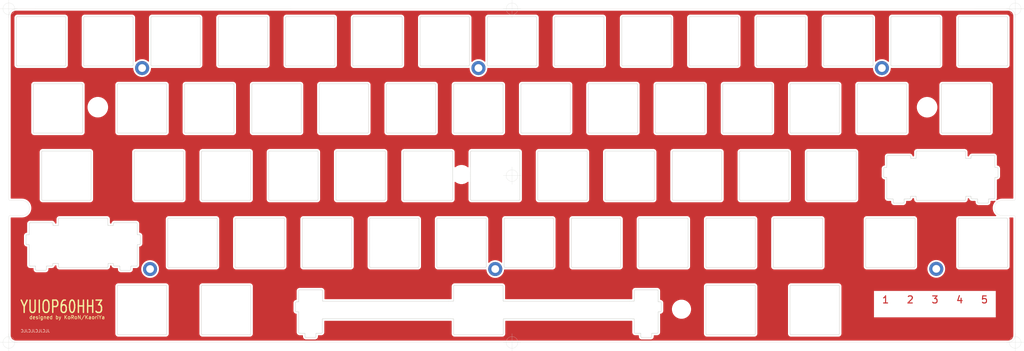
<source format=kicad_pcb>
(kicad_pcb (version 20171130) (host pcbnew "(5.1.9)-1")
  (title_block (title YUIOP60HH3) (date 2021-04-10) (rev 1) (company KaoriYa))
  (layers (0 F.Cu signal) (31 B.Cu signal) (34 B.Paste user) (35 F.Paste user) (36 B.SilkS user) (37 F.SilkS user) (38 B.Mask user) (39 F.Mask user) (44 Edge.Cuts user))
  (net 0 "")
  (module yuiop:TopPlate_Stabilizer_6u (layer F.Cu) (at 203.35 185.725)
    (fp_text reference KSW58 hide)
    (fp_text value Space hide)
    (fp_line (start 42.75 2.5) (end 7.15 2.5) (layer Edge.Cuts) (width 0.12))
    (fp_line (start 7.1 -2.5) (end 42.7 -2.5) (layer Edge.Cuts) (width 0.12))
    (fp_line (start -8.5 2.5) (end -44.1 2.5) (layer Edge.Cuts) (width 0.12))
    (fp_line (start -44.05 -2.5) (end -8.45 -2.5) (layer Edge.Cuts) (width 0.12))
    (fp_line (start -7 -2.6) (end -7 -6.7) (layer Edge.Cuts) (width 0.12))
    (fp_line (start -8.45 -2.5) (end -7.1 -2.5) (layer Edge.Cuts) (width 0.12))
    (fp_line (start -44.15 -5.4) (end -44.15 -2.6) (layer Edge.Cuts) (width 0.12))
    (fp_line (start -50.6 -5.7) (end -44.45 -5.7) (layer Edge.Cuts) (width 0.12))
    (fp_line (start -50.9 -2.4) (end -50.9 -5.4) (layer Edge.Cuts) (width 0.12))
    (fp_line (start -51.5 -2.3) (end -51 -2.3) (layer Edge.Cuts) (width 0.12))
    (fp_line (start -51.8 0.2) (end -51.8 -2) (layer Edge.Cuts) (width 0.12))
    (fp_line (start -51 0.5) (end -51.5 0.5) (layer Edge.Cuts) (width 0.12))
    (fp_line (start -50.9 6.3) (end -50.9 0.6) (layer Edge.Cuts) (width 0.12))
    (fp_line (start -49.2 6.6) (end -50.6 6.6) (layer Edge.Cuts) (width 0.12))
    (fp_line (start -49.1 7.5) (end -49.1 6.7) (layer Edge.Cuts) (width 0.12))
    (fp_line (start -46.3 7.8) (end -48.8 7.8) (layer Edge.Cuts) (width 0.12))
    (fp_line (start -46 6.7) (end -46 7.5) (layer Edge.Cuts) (width 0.12))
    (fp_line (start -44.5 6.6) (end -45.9 6.6) (layer Edge.Cuts) (width 0.12))
    (fp_line (start -6.7 -7) (end 6.7 -7) (layer Edge.Cuts) (width 0.12))
    (fp_line (start 7 -6.7) (end 7 -2.6) (layer Edge.Cuts) (width 0.12))
    (fp_line (start 42.7 -2.5) (end 44.05 -2.5) (layer Edge.Cuts) (width 0.12))
    (fp_line (start 44.15 -2.6) (end 44.15 -5.4) (layer Edge.Cuts) (width 0.12))
    (fp_line (start 44.45 -5.7) (end 50.6 -5.7) (layer Edge.Cuts) (width 0.12))
    (fp_line (start 50.9 -5.4) (end 50.9 -2.4) (layer Edge.Cuts) (width 0.12))
    (fp_line (start 51 -2.3) (end 51.5 -2.3) (layer Edge.Cuts) (width 0.12))
    (fp_line (start 51.8 -2) (end 51.8 0.2) (layer Edge.Cuts) (width 0.12))
    (fp_line (start 51.5 0.5) (end 51 0.5) (layer Edge.Cuts) (width 0.12))
    (fp_line (start 50.9 0.6) (end 50.9 6.3) (layer Edge.Cuts) (width 0.12))
    (fp_line (start 50.6 6.6) (end 49.2 6.6) (layer Edge.Cuts) (width 0.12))
    (fp_line (start 49.1 6.7) (end 49.1 7.5) (layer Edge.Cuts) (width 0.12))
    (fp_line (start 48.8 7.8) (end 46.3 7.8) (layer Edge.Cuts) (width 0.12))
    (fp_line (start 46 7.5) (end 46 6.7) (layer Edge.Cuts) (width 0.12))
    (fp_line (start 45.9 6.6) (end 44.45 6.6) (layer Edge.Cuts) (width 0.12))
    (fp_line (start 44.15 6.3) (end 44.15 2.6) (layer Edge.Cuts) (width 0.12))
    (fp_line (start 44.05 2.5) (end 42.75 2.5) (layer Edge.Cuts) (width 0.12))
    (fp_line (start 7.05 2.6) (end 7.05 6.7) (layer Edge.Cuts) (width 0.12))
    (fp_line (start 6.75 7) (end -6.7 7) (layer Edge.Cuts) (width 0.12))
    (fp_line (start -7 6.7) (end -7 2.6) (layer Edge.Cuts) (width 0.12))
    (fp_line (start -7.1 2.5) (end -8.5 2.5) (layer Edge.Cuts) (width 0.12))
    (fp_line (start -44.2 2.6) (end -44.2 6.3) (layer Edge.Cuts) (width 0.12))
    (fp_arc (start -7.1 -2.6) (end -7.1 -2.5) (angle -90) (layer Edge.Cuts) (width 0.12))
    (fp_arc (start -44.05 -2.6) (end -44.15 -2.6) (angle -90) (layer Edge.Cuts) (width 0.12))
    (fp_arc (start -44.45 -5.4) (end -44.15 -5.4) (angle -90) (layer Edge.Cuts) (width 0.12))
    (fp_arc (start -50.6 -5.4) (end -50.6 -5.7) (angle -90) (layer Edge.Cuts) (width 0.12))
    (fp_arc (start -51 -2.4) (end -51 -2.3) (angle -90) (layer Edge.Cuts) (width 0.12))
    (fp_arc (start -51.5 -2) (end -51.5 -2.3) (angle -90) (layer Edge.Cuts) (width 0.12))
    (fp_arc (start -51.5 0.2) (end -51.8 0.2) (angle -90) (layer Edge.Cuts) (width 0.12))
    (fp_arc (start -51 0.6) (end -50.9 0.6) (angle -90) (layer Edge.Cuts) (width 0.12))
    (fp_arc (start -50.6 6.3) (end -50.9 6.3) (angle -90) (layer Edge.Cuts) (width 0.12))
    (fp_arc (start -49.2 6.7) (end -49.1 6.7) (angle -90) (layer Edge.Cuts) (width 0.12))
    (fp_arc (start -48.8 7.5) (end -49.1 7.5) (angle -90) (layer Edge.Cuts) (width 0.12))
    (fp_arc (start -46.3 7.5) (end -46.3 7.8) (angle -90) (layer Edge.Cuts) (width 0.12))
    (fp_arc (start -45.9 6.7) (end -45.9 6.6) (angle -90) (layer Edge.Cuts) (width 0.12))
    (fp_arc (start -44.1 2.6) (end -44.1 2.5) (angle -90) (layer Edge.Cuts) (width 0.12))
    (fp_arc (start -7.1 2.6) (end -7 2.6) (angle -90) (layer Edge.Cuts) (width 0.12))
    (fp_arc (start -44.5 6.3) (end -44.5 6.6) (angle -90) (layer Edge.Cuts) (width 0.12))
    (fp_arc (start -6.7 6.7) (end -7 6.7) (angle -90) (layer Edge.Cuts) (width 0.12))
    (fp_arc (start 6.75 6.7) (end 6.75 7) (angle -90) (layer Edge.Cuts) (width 0.12))
    (fp_arc (start 7.15 2.6) (end 7.15 2.5) (angle -90) (layer Edge.Cuts) (width 0.12))
    (fp_arc (start 44.05 2.6) (end 44.15 2.6) (angle -90) (layer Edge.Cuts) (width 0.12))
    (fp_arc (start 44.45 6.3) (end 44.15 6.3) (angle -90) (layer Edge.Cuts) (width 0.12))
    (fp_arc (start 45.9 6.7) (end 46 6.7) (angle -90) (layer Edge.Cuts) (width 0.12))
    (fp_arc (start 46.3 7.5) (end 46 7.5) (angle -90) (layer Edge.Cuts) (width 0.12))
    (fp_arc (start 48.8 7.5) (end 48.8 7.8) (angle -90) (layer Edge.Cuts) (width 0.12))
    (fp_arc (start 49.2 6.7) (end 49.2 6.6) (angle -90) (layer Edge.Cuts) (width 0.12))
    (fp_arc (start 50.6 6.3) (end 50.6 6.6) (angle -90) (layer Edge.Cuts) (width 0.12))
    (fp_arc (start 51 0.6) (end 51 0.5) (angle -90) (layer Edge.Cuts) (width 0.12))
    (fp_arc (start 51.5 0.2) (end 51.5 0.5) (angle -90) (layer Edge.Cuts) (width 0.12))
    (fp_arc (start 51 -2.4) (end 50.9 -2.4) (angle -90) (layer Edge.Cuts) (width 0.12))
    (fp_arc (start 51.5 -2) (end 51.8 -2) (angle -90) (layer Edge.Cuts) (width 0.12))
    (fp_arc (start 50.6 -5.4) (end 50.9 -5.4) (angle -90) (layer Edge.Cuts) (width 0.12))
    (fp_arc (start 44.45 -5.4) (end 44.45 -5.7) (angle -90) (layer Edge.Cuts) (width 0.12))
    (fp_arc (start 44.05 -2.6) (end 44.05 -2.5) (angle -90) (layer Edge.Cuts) (width 0.12))
    (fp_arc (start 7.1 -2.6) (end 7 -2.6) (angle -90) (layer Edge.Cuts) (width 0.12))
    (fp_arc (start 6.7 -6.7) (end 7 -6.7) (angle -90) (layer Edge.Cuts) (width 0.12))
    (fp_arc (start -6.7 -6.7) (end -6.7 -7) (angle -90) (layer Edge.Cuts) (width 0.12))
  )
  (module yuiop:TopPlate_Stabilizer_2u (layer F.Cu) (at 91.4312 166.675)
    (fp_text reference KSW43 hide)
    (fp_text value Shift hide)
    (fp_line (start -8.6 5.95) (end -8.6 6.3) (layer Edge.Cuts) (width 0.12))
    (fp_line (start -7.1 5.85) (end -8.5 5.85) (layer Edge.Cuts) (width 0.12))
    (fp_line (start -7 6.7) (end -7 5.95) (layer Edge.Cuts) (width 0.12))
    (fp_line (start 6.75 7) (end -6.7 7) (layer Edge.Cuts) (width 0.12))
    (fp_line (start 7.05 5.95) (end 7.05 6.7) (layer Edge.Cuts) (width 0.12))
    (fp_line (start 8.45 5.85) (end 7.15 5.85) (layer Edge.Cuts) (width 0.12))
    (fp_line (start 8.55 6.3) (end 8.55 5.95) (layer Edge.Cuts) (width 0.12))
    (fp_line (start 10.3 6.6) (end 8.85 6.6) (layer Edge.Cuts) (width 0.12))
    (fp_line (start 10.4 7.5) (end 10.4 6.7) (layer Edge.Cuts) (width 0.12))
    (fp_line (start 13.2 7.8) (end 10.7 7.8) (layer Edge.Cuts) (width 0.12))
    (fp_line (start 13.5 6.7) (end 13.5 7.5) (layer Edge.Cuts) (width 0.12))
    (fp_line (start 15 6.6) (end 13.6 6.6) (layer Edge.Cuts) (width 0.12))
    (fp_line (start 15.3 0.6) (end 15.3 6.3) (layer Edge.Cuts) (width 0.12))
    (fp_line (start 15.9 0.5) (end 15.4 0.5) (layer Edge.Cuts) (width 0.12))
    (fp_line (start 16.2 -2) (end 16.2 0.2) (layer Edge.Cuts) (width 0.12))
    (fp_line (start 15.4 -2.3) (end 15.9 -2.3) (layer Edge.Cuts) (width 0.12))
    (fp_line (start 15.3 -5.4) (end 15.3 -2.4) (layer Edge.Cuts) (width 0.12))
    (fp_line (start 8.85 -5.7) (end 15 -5.7) (layer Edge.Cuts) (width 0.12))
    (fp_line (start 8.55 -5) (end 8.55 -5.4) (layer Edge.Cuts) (width 0.12))
    (fp_line (start 7.1 -4.9) (end 8.45 -4.9) (layer Edge.Cuts) (width 0.12))
    (fp_line (start 7 -6.7) (end 7 -5) (layer Edge.Cuts) (width 0.12))
    (fp_line (start -6.7 -7) (end 6.7 -7) (layer Edge.Cuts) (width 0.12))
    (fp_line (start -8.9 6.6) (end -10.3 6.6) (layer Edge.Cuts) (width 0.12))
    (fp_line (start -10.4 6.7) (end -10.4 7.5) (layer Edge.Cuts) (width 0.12))
    (fp_line (start -10.7 7.8) (end -13.2 7.8) (layer Edge.Cuts) (width 0.12))
    (fp_line (start -13.5 7.5) (end -13.5 6.7) (layer Edge.Cuts) (width 0.12))
    (fp_line (start -13.6 6.6) (end -15 6.6) (layer Edge.Cuts) (width 0.12))
    (fp_line (start -15.3 6.3) (end -15.3 0.6) (layer Edge.Cuts) (width 0.12))
    (fp_line (start -15.4 0.5) (end -15.9 0.5) (layer Edge.Cuts) (width 0.12))
    (fp_line (start -16.2 0.2) (end -16.2 -2) (layer Edge.Cuts) (width 0.12))
    (fp_line (start -15.9 -2.3) (end -15.4 -2.3) (layer Edge.Cuts) (width 0.12))
    (fp_line (start -15.3 -2.4) (end -15.3 -5.4) (layer Edge.Cuts) (width 0.12))
    (fp_line (start -15 -5.7) (end -8.85 -5.7) (layer Edge.Cuts) (width 0.12))
    (fp_line (start -8.55 -5.4) (end -8.55 -5) (layer Edge.Cuts) (width 0.12))
    (fp_line (start -8.45 -4.9) (end -7.1 -4.9) (layer Edge.Cuts) (width 0.12))
    (fp_line (start -7 -5) (end -7 -6.7) (layer Edge.Cuts) (width 0.12))
    (fp_arc (start -7.1 -5) (end -7.1 -4.9) (angle -90) (layer Edge.Cuts) (width 0.12))
    (fp_arc (start -8.45 -5) (end -8.55 -5) (angle -90) (layer Edge.Cuts) (width 0.12))
    (fp_arc (start -8.85 -5.4) (end -8.55 -5.4) (angle -90) (layer Edge.Cuts) (width 0.12))
    (fp_arc (start -15 -5.4) (end -15 -5.7) (angle -90) (layer Edge.Cuts) (width 0.12))
    (fp_arc (start -15.4 -2.4) (end -15.4 -2.3) (angle -90) (layer Edge.Cuts) (width 0.12))
    (fp_arc (start -15.9 -2) (end -15.9 -2.3) (angle -90) (layer Edge.Cuts) (width 0.12))
    (fp_arc (start -15.9 0.2) (end -16.2 0.2) (angle -90) (layer Edge.Cuts) (width 0.12))
    (fp_arc (start -15.4 0.6) (end -15.3 0.6) (angle -90) (layer Edge.Cuts) (width 0.12))
    (fp_arc (start -15 6.3) (end -15.3 6.3) (angle -90) (layer Edge.Cuts) (width 0.12))
    (fp_arc (start -13.6 6.7) (end -13.5 6.7) (angle -90) (layer Edge.Cuts) (width 0.12))
    (fp_arc (start -13.2 7.5) (end -13.5 7.5) (angle -90) (layer Edge.Cuts) (width 0.12))
    (fp_arc (start -10.7 7.5) (end -10.7 7.8) (angle -90) (layer Edge.Cuts) (width 0.12))
    (fp_arc (start -10.3 6.7) (end -10.3 6.6) (angle -90) (layer Edge.Cuts) (width 0.12))
    (fp_arc (start -8.5 5.95) (end -8.5 5.85) (angle -90) (layer Edge.Cuts) (width 0.12))
    (fp_arc (start -7.1 5.95) (end -7 5.95) (angle -90) (layer Edge.Cuts) (width 0.12))
    (fp_arc (start -8.9 6.3) (end -8.9 6.6) (angle -90) (layer Edge.Cuts) (width 0.12))
    (fp_arc (start -6.7 6.7) (end -7 6.7) (angle -90) (layer Edge.Cuts) (width 0.12))
    (fp_arc (start 6.75 6.7) (end 6.75 7) (angle -90) (layer Edge.Cuts) (width 0.12))
    (fp_arc (start 7.15 5.95) (end 7.15 5.85) (angle -90) (layer Edge.Cuts) (width 0.12))
    (fp_arc (start 8.45 5.95) (end 8.55 5.95) (angle -90) (layer Edge.Cuts) (width 0.12))
    (fp_arc (start 8.85 6.3) (end 8.55 6.3) (angle -90) (layer Edge.Cuts) (width 0.12))
    (fp_arc (start 10.3 6.7) (end 10.4 6.7) (angle -90) (layer Edge.Cuts) (width 0.12))
    (fp_arc (start 10.7 7.5) (end 10.4 7.5) (angle -90) (layer Edge.Cuts) (width 0.12))
    (fp_arc (start 13.2 7.5) (end 13.2 7.8) (angle -90) (layer Edge.Cuts) (width 0.12))
    (fp_arc (start 13.6 6.7) (end 13.6 6.6) (angle -90) (layer Edge.Cuts) (width 0.12))
    (fp_arc (start 15 6.3) (end 15 6.6) (angle -90) (layer Edge.Cuts) (width 0.12))
    (fp_arc (start 15.4 0.6) (end 15.4 0.5) (angle -90) (layer Edge.Cuts) (width 0.12))
    (fp_arc (start 15.9 0.2) (end 15.9 0.5) (angle -90) (layer Edge.Cuts) (width 0.12))
    (fp_arc (start 15.4 -2.4) (end 15.3 -2.4) (angle -90) (layer Edge.Cuts) (width 0.12))
    (fp_arc (start 15.9 -2) (end 16.2 -2) (angle -90) (layer Edge.Cuts) (width 0.12))
    (fp_arc (start 15 -5.4) (end 15.3 -5.4) (angle -90) (layer Edge.Cuts) (width 0.12))
    (fp_arc (start 8.85 -5.4) (end 8.85 -5.7) (angle -90) (layer Edge.Cuts) (width 0.12))
    (fp_arc (start 8.45 -5) (end 8.45 -4.9) (angle -90) (layer Edge.Cuts) (width 0.12))
    (fp_arc (start 7.1 -5) (end 7 -5) (angle -90) (layer Edge.Cuts) (width 0.12))
    (fp_arc (start 6.7 -6.7) (end 7 -6.7) (angle -90) (layer Edge.Cuts) (width 0.12))
    (fp_arc (start -6.7 -6.7) (end -6.7 -7) (angle -90) (layer Edge.Cuts) (width 0.12))
  )
  (module yuiop:TopPlate_Stabilizer_2u (layer F.Cu) (at 334.319 147.625)
    (fp_text reference KSW42 hide)
    (fp_text value Return hide)
    (fp_line (start -8.6 5.95) (end -8.6 6.3) (layer Edge.Cuts) (width 0.12))
    (fp_line (start -7.1 5.85) (end -8.5 5.85) (layer Edge.Cuts) (width 0.12))
    (fp_line (start -7 6.7) (end -7 5.95) (layer Edge.Cuts) (width 0.12))
    (fp_line (start 6.75 7) (end -6.7 7) (layer Edge.Cuts) (width 0.12))
    (fp_line (start 7.05 5.95) (end 7.05 6.7) (layer Edge.Cuts) (width 0.12))
    (fp_line (start 8.45 5.85) (end 7.15 5.85) (layer Edge.Cuts) (width 0.12))
    (fp_line (start 8.55 6.3) (end 8.55 5.95) (layer Edge.Cuts) (width 0.12))
    (fp_line (start 10.3 6.6) (end 8.85 6.6) (layer Edge.Cuts) (width 0.12))
    (fp_line (start 10.4 7.5) (end 10.4 6.7) (layer Edge.Cuts) (width 0.12))
    (fp_line (start 13.2 7.8) (end 10.7 7.8) (layer Edge.Cuts) (width 0.12))
    (fp_line (start 13.5 6.7) (end 13.5 7.5) (layer Edge.Cuts) (width 0.12))
    (fp_line (start 15 6.6) (end 13.6 6.6) (layer Edge.Cuts) (width 0.12))
    (fp_line (start 15.3 0.6) (end 15.3 6.3) (layer Edge.Cuts) (width 0.12))
    (fp_line (start 15.9 0.5) (end 15.4 0.5) (layer Edge.Cuts) (width 0.12))
    (fp_line (start 16.2 -2) (end 16.2 0.2) (layer Edge.Cuts) (width 0.12))
    (fp_line (start 15.4 -2.3) (end 15.9 -2.3) (layer Edge.Cuts) (width 0.12))
    (fp_line (start 15.3 -5.4) (end 15.3 -2.4) (layer Edge.Cuts) (width 0.12))
    (fp_line (start 8.85 -5.7) (end 15 -5.7) (layer Edge.Cuts) (width 0.12))
    (fp_line (start 8.55 -5) (end 8.55 -5.4) (layer Edge.Cuts) (width 0.12))
    (fp_line (start 7.1 -4.9) (end 8.45 -4.9) (layer Edge.Cuts) (width 0.12))
    (fp_line (start 7 -6.7) (end 7 -5) (layer Edge.Cuts) (width 0.12))
    (fp_line (start -6.7 -7) (end 6.7 -7) (layer Edge.Cuts) (width 0.12))
    (fp_line (start -8.9 6.6) (end -10.3 6.6) (layer Edge.Cuts) (width 0.12))
    (fp_line (start -10.4 6.7) (end -10.4 7.5) (layer Edge.Cuts) (width 0.12))
    (fp_line (start -10.7 7.8) (end -13.2 7.8) (layer Edge.Cuts) (width 0.12))
    (fp_line (start -13.5 7.5) (end -13.5 6.7) (layer Edge.Cuts) (width 0.12))
    (fp_line (start -13.6 6.6) (end -15 6.6) (layer Edge.Cuts) (width 0.12))
    (fp_line (start -15.3 6.3) (end -15.3 0.6) (layer Edge.Cuts) (width 0.12))
    (fp_line (start -15.4 0.5) (end -15.9 0.5) (layer Edge.Cuts) (width 0.12))
    (fp_line (start -16.2 0.2) (end -16.2 -2) (layer Edge.Cuts) (width 0.12))
    (fp_line (start -15.9 -2.3) (end -15.4 -2.3) (layer Edge.Cuts) (width 0.12))
    (fp_line (start -15.3 -2.4) (end -15.3 -5.4) (layer Edge.Cuts) (width 0.12))
    (fp_line (start -15 -5.7) (end -8.85 -5.7) (layer Edge.Cuts) (width 0.12))
    (fp_line (start -8.55 -5.4) (end -8.55 -5) (layer Edge.Cuts) (width 0.12))
    (fp_line (start -8.45 -4.9) (end -7.1 -4.9) (layer Edge.Cuts) (width 0.12))
    (fp_line (start -7 -5) (end -7 -6.7) (layer Edge.Cuts) (width 0.12))
    (fp_arc (start -7.1 -5) (end -7.1 -4.9) (angle -90) (layer Edge.Cuts) (width 0.12))
    (fp_arc (start -8.45 -5) (end -8.55 -5) (angle -90) (layer Edge.Cuts) (width 0.12))
    (fp_arc (start -8.85 -5.4) (end -8.55 -5.4) (angle -90) (layer Edge.Cuts) (width 0.12))
    (fp_arc (start -15 -5.4) (end -15 -5.7) (angle -90) (layer Edge.Cuts) (width 0.12))
    (fp_arc (start -15.4 -2.4) (end -15.4 -2.3) (angle -90) (layer Edge.Cuts) (width 0.12))
    (fp_arc (start -15.9 -2) (end -15.9 -2.3) (angle -90) (layer Edge.Cuts) (width 0.12))
    (fp_arc (start -15.9 0.2) (end -16.2 0.2) (angle -90) (layer Edge.Cuts) (width 0.12))
    (fp_arc (start -15.4 0.6) (end -15.3 0.6) (angle -90) (layer Edge.Cuts) (width 0.12))
    (fp_arc (start -15 6.3) (end -15.3 6.3) (angle -90) (layer Edge.Cuts) (width 0.12))
    (fp_arc (start -13.6 6.7) (end -13.5 6.7) (angle -90) (layer Edge.Cuts) (width 0.12))
    (fp_arc (start -13.2 7.5) (end -13.5 7.5) (angle -90) (layer Edge.Cuts) (width 0.12))
    (fp_arc (start -10.7 7.5) (end -10.7 7.8) (angle -90) (layer Edge.Cuts) (width 0.12))
    (fp_arc (start -10.3 6.7) (end -10.3 6.6) (angle -90) (layer Edge.Cuts) (width 0.12))
    (fp_arc (start -8.5 5.95) (end -8.5 5.85) (angle -90) (layer Edge.Cuts) (width 0.12))
    (fp_arc (start -7.1 5.95) (end -7 5.95) (angle -90) (layer Edge.Cuts) (width 0.12))
    (fp_arc (start -8.9 6.3) (end -8.9 6.6) (angle -90) (layer Edge.Cuts) (width 0.12))
    (fp_arc (start -6.7 6.7) (end -7 6.7) (angle -90) (layer Edge.Cuts) (width 0.12))
    (fp_arc (start 6.75 6.7) (end 6.75 7) (angle -90) (layer Edge.Cuts) (width 0.12))
    (fp_arc (start 7.15 5.95) (end 7.15 5.85) (angle -90) (layer Edge.Cuts) (width 0.12))
    (fp_arc (start 8.45 5.95) (end 8.55 5.95) (angle -90) (layer Edge.Cuts) (width 0.12))
    (fp_arc (start 8.85 6.3) (end 8.55 6.3) (angle -90) (layer Edge.Cuts) (width 0.12))
    (fp_arc (start 10.3 6.7) (end 10.4 6.7) (angle -90) (layer Edge.Cuts) (width 0.12))
    (fp_arc (start 10.7 7.5) (end 10.4 7.5) (angle -90) (layer Edge.Cuts) (width 0.12))
    (fp_arc (start 13.2 7.5) (end 13.2 7.8) (angle -90) (layer Edge.Cuts) (width 0.12))
    (fp_arc (start 13.6 6.7) (end 13.6 6.6) (angle -90) (layer Edge.Cuts) (width 0.12))
    (fp_arc (start 15 6.3) (end 15 6.6) (angle -90) (layer Edge.Cuts) (width 0.12))
    (fp_arc (start 15.4 0.6) (end 15.4 0.5) (angle -90) (layer Edge.Cuts) (width 0.12))
    (fp_arc (start 15.9 0.2) (end 15.9 0.5) (angle -90) (layer Edge.Cuts) (width 0.12))
    (fp_arc (start 15.4 -2.4) (end 15.3 -2.4) (angle -90) (layer Edge.Cuts) (width 0.12))
    (fp_arc (start 15.9 -2) (end 16.2 -2) (angle -90) (layer Edge.Cuts) (width 0.12))
    (fp_arc (start 15 -5.4) (end 15.3 -5.4) (angle -90) (layer Edge.Cuts) (width 0.12))
    (fp_arc (start 8.85 -5.4) (end 8.85 -5.7) (angle -90) (layer Edge.Cuts) (width 0.12))
    (fp_arc (start 8.45 -5) (end 8.45 -4.9) (angle -90) (layer Edge.Cuts) (width 0.12))
    (fp_arc (start 7.1 -5) (end 7 -5) (angle -90) (layer Edge.Cuts) (width 0.12))
    (fp_arc (start 6.7 -6.7) (end 7 -6.7) (angle -90) (layer Edge.Cuts) (width 0.12))
    (fp_arc (start -6.7 -6.7) (end -6.7 -7) (angle -90) (layer Edge.Cuts) (width 0.12))
  )
  (module yuiop:TopPlate_Switch_1u (layer F.Cu) (at 79.525 109.525)
    (fp_text reference KSW1 hide)
    (fp_text value ESC hide)
    (fp_line (start -7 -6.7) (end -7 6.7) (layer Edge.Cuts) (width 0.12))
    (fp_line (start -6.7 7) (end 6.7 7) (layer Edge.Cuts) (width 0.12))
    (fp_line (start 7 6.7) (end 7 -6.7) (layer Edge.Cuts) (width 0.12))
    (fp_line (start 6.7 -7) (end -6.7 -7) (layer Edge.Cuts) (width 0.12))
    (fp_arc (start 6.7 6.7) (end 6.7 7) (angle -90) (layer Edge.Cuts) (width 0.12))
    (fp_arc (start -6.7 6.7) (end -7 6.7) (angle -90) (layer Edge.Cuts) (width 0.12))
    (fp_arc (start -6.7 -6.7) (end -6.7 -7) (angle -90) (layer Edge.Cuts) (width 0.12))
    (fp_arc (start 6.7 -6.7) (end 7 -6.7) (angle -90) (layer Edge.Cuts) (width 0.12))
  )
  (module yuiop:TopPlate_Switch_1u (layer F.Cu) (at 98.575 109.525)
    (fp_text reference KSW2 hide)
    (fp_text value 1 hide)
    (fp_line (start -7 -6.7) (end -7 6.7) (layer Edge.Cuts) (width 0.12))
    (fp_line (start -6.7 7) (end 6.7 7) (layer Edge.Cuts) (width 0.12))
    (fp_line (start 7 6.7) (end 7 -6.7) (layer Edge.Cuts) (width 0.12))
    (fp_line (start 6.7 -7) (end -6.7 -7) (layer Edge.Cuts) (width 0.12))
    (fp_arc (start 6.7 6.7) (end 6.7 7) (angle -90) (layer Edge.Cuts) (width 0.12))
    (fp_arc (start -6.7 6.7) (end -7 6.7) (angle -90) (layer Edge.Cuts) (width 0.12))
    (fp_arc (start -6.7 -6.7) (end -6.7 -7) (angle -90) (layer Edge.Cuts) (width 0.12))
    (fp_arc (start 6.7 -6.7) (end 7 -6.7) (angle -90) (layer Edge.Cuts) (width 0.12))
  )
  (module yuiop:TopPlate_Switch_1u (layer F.Cu) (at 117.625 109.525)
    (fp_text reference KSW3 hide)
    (fp_text value 2 hide)
    (fp_line (start -7 -6.7) (end -7 6.7) (layer Edge.Cuts) (width 0.12))
    (fp_line (start -6.7 7) (end 6.7 7) (layer Edge.Cuts) (width 0.12))
    (fp_line (start 7 6.7) (end 7 -6.7) (layer Edge.Cuts) (width 0.12))
    (fp_line (start 6.7 -7) (end -6.7 -7) (layer Edge.Cuts) (width 0.12))
    (fp_arc (start 6.7 6.7) (end 6.7 7) (angle -90) (layer Edge.Cuts) (width 0.12))
    (fp_arc (start -6.7 6.7) (end -7 6.7) (angle -90) (layer Edge.Cuts) (width 0.12))
    (fp_arc (start -6.7 -6.7) (end -6.7 -7) (angle -90) (layer Edge.Cuts) (width 0.12))
    (fp_arc (start 6.7 -6.7) (end 7 -6.7) (angle -90) (layer Edge.Cuts) (width 0.12))
  )
  (module yuiop:TopPlate_Switch_1u (layer F.Cu) (at 136.675 109.525)
    (fp_text reference KSW4 hide)
    (fp_text value 3 hide)
    (fp_line (start -7 -6.7) (end -7 6.7) (layer Edge.Cuts) (width 0.12))
    (fp_line (start -6.7 7) (end 6.7 7) (layer Edge.Cuts) (width 0.12))
    (fp_line (start 7 6.7) (end 7 -6.7) (layer Edge.Cuts) (width 0.12))
    (fp_line (start 6.7 -7) (end -6.7 -7) (layer Edge.Cuts) (width 0.12))
    (fp_arc (start 6.7 6.7) (end 6.7 7) (angle -90) (layer Edge.Cuts) (width 0.12))
    (fp_arc (start -6.7 6.7) (end -7 6.7) (angle -90) (layer Edge.Cuts) (width 0.12))
    (fp_arc (start -6.7 -6.7) (end -6.7 -7) (angle -90) (layer Edge.Cuts) (width 0.12))
    (fp_arc (start 6.7 -6.7) (end 7 -6.7) (angle -90) (layer Edge.Cuts) (width 0.12))
  )
  (module yuiop:TopPlate_Switch_1u (layer F.Cu) (at 155.725 109.525)
    (fp_text reference KSW5 hide)
    (fp_text value 4 hide)
    (fp_line (start -7 -6.7) (end -7 6.7) (layer Edge.Cuts) (width 0.12))
    (fp_line (start -6.7 7) (end 6.7 7) (layer Edge.Cuts) (width 0.12))
    (fp_line (start 7 6.7) (end 7 -6.7) (layer Edge.Cuts) (width 0.12))
    (fp_line (start 6.7 -7) (end -6.7 -7) (layer Edge.Cuts) (width 0.12))
    (fp_arc (start 6.7 6.7) (end 6.7 7) (angle -90) (layer Edge.Cuts) (width 0.12))
    (fp_arc (start -6.7 6.7) (end -7 6.7) (angle -90) (layer Edge.Cuts) (width 0.12))
    (fp_arc (start -6.7 -6.7) (end -6.7 -7) (angle -90) (layer Edge.Cuts) (width 0.12))
    (fp_arc (start 6.7 -6.7) (end 7 -6.7) (angle -90) (layer Edge.Cuts) (width 0.12))
  )
  (module yuiop:TopPlate_Switch_1u (layer F.Cu) (at 174.775 109.525)
    (fp_text reference KSW6 hide)
    (fp_text value 5 hide)
    (fp_line (start -7 -6.7) (end -7 6.7) (layer Edge.Cuts) (width 0.12))
    (fp_line (start -6.7 7) (end 6.7 7) (layer Edge.Cuts) (width 0.12))
    (fp_line (start 7 6.7) (end 7 -6.7) (layer Edge.Cuts) (width 0.12))
    (fp_line (start 6.7 -7) (end -6.7 -7) (layer Edge.Cuts) (width 0.12))
    (fp_arc (start 6.7 6.7) (end 6.7 7) (angle -90) (layer Edge.Cuts) (width 0.12))
    (fp_arc (start -6.7 6.7) (end -7 6.7) (angle -90) (layer Edge.Cuts) (width 0.12))
    (fp_arc (start -6.7 -6.7) (end -6.7 -7) (angle -90) (layer Edge.Cuts) (width 0.12))
    (fp_arc (start 6.7 -6.7) (end 7 -6.7) (angle -90) (layer Edge.Cuts) (width 0.12))
  )
  (module yuiop:TopPlate_Switch_1u (layer F.Cu) (at 193.825 109.525)
    (fp_text reference KSW7 hide)
    (fp_text value 6 hide)
    (fp_line (start -7 -6.7) (end -7 6.7) (layer Edge.Cuts) (width 0.12))
    (fp_line (start -6.7 7) (end 6.7 7) (layer Edge.Cuts) (width 0.12))
    (fp_line (start 7 6.7) (end 7 -6.7) (layer Edge.Cuts) (width 0.12))
    (fp_line (start 6.7 -7) (end -6.7 -7) (layer Edge.Cuts) (width 0.12))
    (fp_arc (start 6.7 6.7) (end 6.7 7) (angle -90) (layer Edge.Cuts) (width 0.12))
    (fp_arc (start -6.7 6.7) (end -7 6.7) (angle -90) (layer Edge.Cuts) (width 0.12))
    (fp_arc (start -6.7 -6.7) (end -6.7 -7) (angle -90) (layer Edge.Cuts) (width 0.12))
    (fp_arc (start 6.7 -6.7) (end 7 -6.7) (angle -90) (layer Edge.Cuts) (width 0.12))
  )
  (module yuiop:TopPlate_Switch_1u (layer F.Cu) (at 212.875 109.525)
    (fp_text reference KSW8 hide)
    (fp_text value 7 hide)
    (fp_line (start -7 -6.7) (end -7 6.7) (layer Edge.Cuts) (width 0.12))
    (fp_line (start -6.7 7) (end 6.7 7) (layer Edge.Cuts) (width 0.12))
    (fp_line (start 7 6.7) (end 7 -6.7) (layer Edge.Cuts) (width 0.12))
    (fp_line (start 6.7 -7) (end -6.7 -7) (layer Edge.Cuts) (width 0.12))
    (fp_arc (start 6.7 6.7) (end 6.7 7) (angle -90) (layer Edge.Cuts) (width 0.12))
    (fp_arc (start -6.7 6.7) (end -7 6.7) (angle -90) (layer Edge.Cuts) (width 0.12))
    (fp_arc (start -6.7 -6.7) (end -6.7 -7) (angle -90) (layer Edge.Cuts) (width 0.12))
    (fp_arc (start 6.7 -6.7) (end 7 -6.7) (angle -90) (layer Edge.Cuts) (width 0.12))
  )
  (module yuiop:TopPlate_Switch_1u (layer F.Cu) (at 231.925 109.525)
    (fp_text reference KSW9 hide)
    (fp_text value 8 hide)
    (fp_line (start -7 -6.7) (end -7 6.7) (layer Edge.Cuts) (width 0.12))
    (fp_line (start -6.7 7) (end 6.7 7) (layer Edge.Cuts) (width 0.12))
    (fp_line (start 7 6.7) (end 7 -6.7) (layer Edge.Cuts) (width 0.12))
    (fp_line (start 6.7 -7) (end -6.7 -7) (layer Edge.Cuts) (width 0.12))
    (fp_arc (start 6.7 6.7) (end 6.7 7) (angle -90) (layer Edge.Cuts) (width 0.12))
    (fp_arc (start -6.7 6.7) (end -7 6.7) (angle -90) (layer Edge.Cuts) (width 0.12))
    (fp_arc (start -6.7 -6.7) (end -6.7 -7) (angle -90) (layer Edge.Cuts) (width 0.12))
    (fp_arc (start 6.7 -6.7) (end 7 -6.7) (angle -90) (layer Edge.Cuts) (width 0.12))
  )
  (module yuiop:TopPlate_Switch_1u (layer F.Cu) (at 250.975 109.525)
    (fp_text reference KSW10 hide)
    (fp_text value 9 hide)
    (fp_line (start -7 -6.7) (end -7 6.7) (layer Edge.Cuts) (width 0.12))
    (fp_line (start -6.7 7) (end 6.7 7) (layer Edge.Cuts) (width 0.12))
    (fp_line (start 7 6.7) (end 7 -6.7) (layer Edge.Cuts) (width 0.12))
    (fp_line (start 6.7 -7) (end -6.7 -7) (layer Edge.Cuts) (width 0.12))
    (fp_arc (start 6.7 6.7) (end 6.7 7) (angle -90) (layer Edge.Cuts) (width 0.12))
    (fp_arc (start -6.7 6.7) (end -7 6.7) (angle -90) (layer Edge.Cuts) (width 0.12))
    (fp_arc (start -6.7 -6.7) (end -6.7 -7) (angle -90) (layer Edge.Cuts) (width 0.12))
    (fp_arc (start 6.7 -6.7) (end 7 -6.7) (angle -90) (layer Edge.Cuts) (width 0.12))
  )
  (module yuiop:TopPlate_Switch_1u (layer F.Cu) (at 270.025 109.525)
    (fp_text reference KSW11 hide)
    (fp_text value 0 hide)
    (fp_line (start -7 -6.7) (end -7 6.7) (layer Edge.Cuts) (width 0.12))
    (fp_line (start -6.7 7) (end 6.7 7) (layer Edge.Cuts) (width 0.12))
    (fp_line (start 7 6.7) (end 7 -6.7) (layer Edge.Cuts) (width 0.12))
    (fp_line (start 6.7 -7) (end -6.7 -7) (layer Edge.Cuts) (width 0.12))
    (fp_arc (start 6.7 6.7) (end 6.7 7) (angle -90) (layer Edge.Cuts) (width 0.12))
    (fp_arc (start -6.7 6.7) (end -7 6.7) (angle -90) (layer Edge.Cuts) (width 0.12))
    (fp_arc (start -6.7 -6.7) (end -6.7 -7) (angle -90) (layer Edge.Cuts) (width 0.12))
    (fp_arc (start 6.7 -6.7) (end 7 -6.7) (angle -90) (layer Edge.Cuts) (width 0.12))
  )
  (module yuiop:TopPlate_Switch_1u (layer F.Cu) (at 289.075 109.525)
    (fp_text reference KSW12 hide)
    (fp_text value "- _" hide)
    (fp_line (start -7 -6.7) (end -7 6.7) (layer Edge.Cuts) (width 0.12))
    (fp_line (start -6.7 7) (end 6.7 7) (layer Edge.Cuts) (width 0.12))
    (fp_line (start 7 6.7) (end 7 -6.7) (layer Edge.Cuts) (width 0.12))
    (fp_line (start 6.7 -7) (end -6.7 -7) (layer Edge.Cuts) (width 0.12))
    (fp_arc (start 6.7 6.7) (end 6.7 7) (angle -90) (layer Edge.Cuts) (width 0.12))
    (fp_arc (start -6.7 6.7) (end -7 6.7) (angle -90) (layer Edge.Cuts) (width 0.12))
    (fp_arc (start -6.7 -6.7) (end -6.7 -7) (angle -90) (layer Edge.Cuts) (width 0.12))
    (fp_arc (start 6.7 -6.7) (end 7 -6.7) (angle -90) (layer Edge.Cuts) (width 0.12))
  )
  (module yuiop:TopPlate_Switch_1u (layer F.Cu) (at 308.125 109.525)
    (fp_text reference KSW13 hide)
    (fp_text value "= +" hide)
    (fp_line (start -7 -6.7) (end -7 6.7) (layer Edge.Cuts) (width 0.12))
    (fp_line (start -6.7 7) (end 6.7 7) (layer Edge.Cuts) (width 0.12))
    (fp_line (start 7 6.7) (end 7 -6.7) (layer Edge.Cuts) (width 0.12))
    (fp_line (start 6.7 -7) (end -6.7 -7) (layer Edge.Cuts) (width 0.12))
    (fp_arc (start 6.7 6.7) (end 6.7 7) (angle -90) (layer Edge.Cuts) (width 0.12))
    (fp_arc (start -6.7 6.7) (end -7 6.7) (angle -90) (layer Edge.Cuts) (width 0.12))
    (fp_arc (start -6.7 -6.7) (end -6.7 -7) (angle -90) (layer Edge.Cuts) (width 0.12))
    (fp_arc (start 6.7 -6.7) (end 7 -6.7) (angle -90) (layer Edge.Cuts) (width 0.12))
  )
  (module yuiop:TopPlate_Switch_1u (layer F.Cu) (at 346.225 109.525)
    (fp_text reference KSW15 hide)
    (fp_text value "` ~~" hide)
    (fp_line (start -7 -6.7) (end -7 6.7) (layer Edge.Cuts) (width 0.12))
    (fp_line (start -6.7 7) (end 6.7 7) (layer Edge.Cuts) (width 0.12))
    (fp_line (start 7 6.7) (end 7 -6.7) (layer Edge.Cuts) (width 0.12))
    (fp_line (start 6.7 -7) (end -6.7 -7) (layer Edge.Cuts) (width 0.12))
    (fp_arc (start 6.7 6.7) (end 6.7 7) (angle -90) (layer Edge.Cuts) (width 0.12))
    (fp_arc (start -6.7 6.7) (end -7 6.7) (angle -90) (layer Edge.Cuts) (width 0.12))
    (fp_arc (start -6.7 -6.7) (end -6.7 -7) (angle -90) (layer Edge.Cuts) (width 0.12))
    (fp_arc (start 6.7 -6.7) (end 7 -6.7) (angle -90) (layer Edge.Cuts) (width 0.12))
  )
  (module yuiop:TopPlate_Switch_1u (layer F.Cu) (at 84.2875 128.575)
    (fp_text reference KSW16 hide)
    (fp_text value Tab hide)
    (fp_line (start -7 -6.7) (end -7 6.7) (layer Edge.Cuts) (width 0.12))
    (fp_line (start -6.7 7) (end 6.7 7) (layer Edge.Cuts) (width 0.12))
    (fp_line (start 7 6.7) (end 7 -6.7) (layer Edge.Cuts) (width 0.12))
    (fp_line (start 6.7 -7) (end -6.7 -7) (layer Edge.Cuts) (width 0.12))
    (fp_arc (start 6.7 6.7) (end 6.7 7) (angle -90) (layer Edge.Cuts) (width 0.12))
    (fp_arc (start -6.7 6.7) (end -7 6.7) (angle -90) (layer Edge.Cuts) (width 0.12))
    (fp_arc (start -6.7 -6.7) (end -6.7 -7) (angle -90) (layer Edge.Cuts) (width 0.12))
    (fp_arc (start 6.7 -6.7) (end 7 -6.7) (angle -90) (layer Edge.Cuts) (width 0.12))
  )
  (module yuiop:TopPlate_Switch_1u (layer F.Cu) (at 108.1 128.575)
    (fp_text reference KSW17 hide)
    (fp_text value Q hide)
    (fp_line (start -7 -6.7) (end -7 6.7) (layer Edge.Cuts) (width 0.12))
    (fp_line (start -6.7 7) (end 6.7 7) (layer Edge.Cuts) (width 0.12))
    (fp_line (start 7 6.7) (end 7 -6.7) (layer Edge.Cuts) (width 0.12))
    (fp_line (start 6.7 -7) (end -6.7 -7) (layer Edge.Cuts) (width 0.12))
    (fp_arc (start 6.7 6.7) (end 6.7 7) (angle -90) (layer Edge.Cuts) (width 0.12))
    (fp_arc (start -6.7 6.7) (end -7 6.7) (angle -90) (layer Edge.Cuts) (width 0.12))
    (fp_arc (start -6.7 -6.7) (end -6.7 -7) (angle -90) (layer Edge.Cuts) (width 0.12))
    (fp_arc (start 6.7 -6.7) (end 7 -6.7) (angle -90) (layer Edge.Cuts) (width 0.12))
  )
  (module yuiop:TopPlate_Switch_1u (layer F.Cu) (at 127.15 128.575)
    (fp_text reference KSW18 hide)
    (fp_text value W hide)
    (fp_line (start -7 -6.7) (end -7 6.7) (layer Edge.Cuts) (width 0.12))
    (fp_line (start -6.7 7) (end 6.7 7) (layer Edge.Cuts) (width 0.12))
    (fp_line (start 7 6.7) (end 7 -6.7) (layer Edge.Cuts) (width 0.12))
    (fp_line (start 6.7 -7) (end -6.7 -7) (layer Edge.Cuts) (width 0.12))
    (fp_arc (start 6.7 6.7) (end 6.7 7) (angle -90) (layer Edge.Cuts) (width 0.12))
    (fp_arc (start -6.7 6.7) (end -7 6.7) (angle -90) (layer Edge.Cuts) (width 0.12))
    (fp_arc (start -6.7 -6.7) (end -6.7 -7) (angle -90) (layer Edge.Cuts) (width 0.12))
    (fp_arc (start 6.7 -6.7) (end 7 -6.7) (angle -90) (layer Edge.Cuts) (width 0.12))
  )
  (module yuiop:TopPlate_Switch_1u (layer F.Cu) (at 146.2 128.575)
    (fp_text reference KSW19 hide)
    (fp_text value E hide)
    (fp_line (start -7 -6.7) (end -7 6.7) (layer Edge.Cuts) (width 0.12))
    (fp_line (start -6.7 7) (end 6.7 7) (layer Edge.Cuts) (width 0.12))
    (fp_line (start 7 6.7) (end 7 -6.7) (layer Edge.Cuts) (width 0.12))
    (fp_line (start 6.7 -7) (end -6.7 -7) (layer Edge.Cuts) (width 0.12))
    (fp_arc (start 6.7 6.7) (end 6.7 7) (angle -90) (layer Edge.Cuts) (width 0.12))
    (fp_arc (start -6.7 6.7) (end -7 6.7) (angle -90) (layer Edge.Cuts) (width 0.12))
    (fp_arc (start -6.7 -6.7) (end -6.7 -7) (angle -90) (layer Edge.Cuts) (width 0.12))
    (fp_arc (start 6.7 -6.7) (end 7 -6.7) (angle -90) (layer Edge.Cuts) (width 0.12))
  )
  (module yuiop:TopPlate_Switch_1u (layer F.Cu) (at 165.25 128.575)
    (fp_text reference KSW20 hide)
    (fp_text value R hide)
    (fp_line (start -7 -6.7) (end -7 6.7) (layer Edge.Cuts) (width 0.12))
    (fp_line (start -6.7 7) (end 6.7 7) (layer Edge.Cuts) (width 0.12))
    (fp_line (start 7 6.7) (end 7 -6.7) (layer Edge.Cuts) (width 0.12))
    (fp_line (start 6.7 -7) (end -6.7 -7) (layer Edge.Cuts) (width 0.12))
    (fp_arc (start 6.7 6.7) (end 6.7 7) (angle -90) (layer Edge.Cuts) (width 0.12))
    (fp_arc (start -6.7 6.7) (end -7 6.7) (angle -90) (layer Edge.Cuts) (width 0.12))
    (fp_arc (start -6.7 -6.7) (end -6.7 -7) (angle -90) (layer Edge.Cuts) (width 0.12))
    (fp_arc (start 6.7 -6.7) (end 7 -6.7) (angle -90) (layer Edge.Cuts) (width 0.12))
  )
  (module yuiop:TopPlate_Switch_1u (layer F.Cu) (at 184.3 128.575)
    (fp_text reference KSW21 hide)
    (fp_text value T hide)
    (fp_line (start -7 -6.7) (end -7 6.7) (layer Edge.Cuts) (width 0.12))
    (fp_line (start -6.7 7) (end 6.7 7) (layer Edge.Cuts) (width 0.12))
    (fp_line (start 7 6.7) (end 7 -6.7) (layer Edge.Cuts) (width 0.12))
    (fp_line (start 6.7 -7) (end -6.7 -7) (layer Edge.Cuts) (width 0.12))
    (fp_arc (start 6.7 6.7) (end 6.7 7) (angle -90) (layer Edge.Cuts) (width 0.12))
    (fp_arc (start -6.7 6.7) (end -7 6.7) (angle -90) (layer Edge.Cuts) (width 0.12))
    (fp_arc (start -6.7 -6.7) (end -6.7 -7) (angle -90) (layer Edge.Cuts) (width 0.12))
    (fp_arc (start 6.7 -6.7) (end 7 -6.7) (angle -90) (layer Edge.Cuts) (width 0.12))
  )
  (module yuiop:TopPlate_Switch_1u (layer F.Cu) (at 203.35 128.575)
    (fp_text reference KSW22 hide)
    (fp_text value Y hide)
    (fp_line (start -7 -6.7) (end -7 6.7) (layer Edge.Cuts) (width 0.12))
    (fp_line (start -6.7 7) (end 6.7 7) (layer Edge.Cuts) (width 0.12))
    (fp_line (start 7 6.7) (end 7 -6.7) (layer Edge.Cuts) (width 0.12))
    (fp_line (start 6.7 -7) (end -6.7 -7) (layer Edge.Cuts) (width 0.12))
    (fp_arc (start 6.7 6.7) (end 6.7 7) (angle -90) (layer Edge.Cuts) (width 0.12))
    (fp_arc (start -6.7 6.7) (end -7 6.7) (angle -90) (layer Edge.Cuts) (width 0.12))
    (fp_arc (start -6.7 -6.7) (end -6.7 -7) (angle -90) (layer Edge.Cuts) (width 0.12))
    (fp_arc (start 6.7 -6.7) (end 7 -6.7) (angle -90) (layer Edge.Cuts) (width 0.12))
  )
  (module yuiop:TopPlate_Switch_1u (layer F.Cu) (at 222.4 128.575)
    (fp_text reference KSW23 hide)
    (fp_text value U hide)
    (fp_line (start -7 -6.7) (end -7 6.7) (layer Edge.Cuts) (width 0.12))
    (fp_line (start -6.7 7) (end 6.7 7) (layer Edge.Cuts) (width 0.12))
    (fp_line (start 7 6.7) (end 7 -6.7) (layer Edge.Cuts) (width 0.12))
    (fp_line (start 6.7 -7) (end -6.7 -7) (layer Edge.Cuts) (width 0.12))
    (fp_arc (start 6.7 6.7) (end 6.7 7) (angle -90) (layer Edge.Cuts) (width 0.12))
    (fp_arc (start -6.7 6.7) (end -7 6.7) (angle -90) (layer Edge.Cuts) (width 0.12))
    (fp_arc (start -6.7 -6.7) (end -6.7 -7) (angle -90) (layer Edge.Cuts) (width 0.12))
    (fp_arc (start 6.7 -6.7) (end 7 -6.7) (angle -90) (layer Edge.Cuts) (width 0.12))
  )
  (module yuiop:TopPlate_Switch_1u (layer F.Cu) (at 241.45 128.575)
    (fp_text reference KSW24 hide)
    (fp_text value I hide)
    (fp_line (start -7 -6.7) (end -7 6.7) (layer Edge.Cuts) (width 0.12))
    (fp_line (start -6.7 7) (end 6.7 7) (layer Edge.Cuts) (width 0.12))
    (fp_line (start 7 6.7) (end 7 -6.7) (layer Edge.Cuts) (width 0.12))
    (fp_line (start 6.7 -7) (end -6.7 -7) (layer Edge.Cuts) (width 0.12))
    (fp_arc (start 6.7 6.7) (end 6.7 7) (angle -90) (layer Edge.Cuts) (width 0.12))
    (fp_arc (start -6.7 6.7) (end -7 6.7) (angle -90) (layer Edge.Cuts) (width 0.12))
    (fp_arc (start -6.7 -6.7) (end -6.7 -7) (angle -90) (layer Edge.Cuts) (width 0.12))
    (fp_arc (start 6.7 -6.7) (end 7 -6.7) (angle -90) (layer Edge.Cuts) (width 0.12))
  )
  (module yuiop:TopPlate_Switch_1u (layer F.Cu) (at 260.5 128.575)
    (fp_text reference KSW25 hide)
    (fp_text value O hide)
    (fp_line (start -7 -6.7) (end -7 6.7) (layer Edge.Cuts) (width 0.12))
    (fp_line (start -6.7 7) (end 6.7 7) (layer Edge.Cuts) (width 0.12))
    (fp_line (start 7 6.7) (end 7 -6.7) (layer Edge.Cuts) (width 0.12))
    (fp_line (start 6.7 -7) (end -6.7 -7) (layer Edge.Cuts) (width 0.12))
    (fp_arc (start 6.7 6.7) (end 6.7 7) (angle -90) (layer Edge.Cuts) (width 0.12))
    (fp_arc (start -6.7 6.7) (end -7 6.7) (angle -90) (layer Edge.Cuts) (width 0.12))
    (fp_arc (start -6.7 -6.7) (end -6.7 -7) (angle -90) (layer Edge.Cuts) (width 0.12))
    (fp_arc (start 6.7 -6.7) (end 7 -6.7) (angle -90) (layer Edge.Cuts) (width 0.12))
  )
  (module yuiop:TopPlate_Switch_1u (layer F.Cu) (at 279.55 128.575)
    (fp_text reference KSW26 hide)
    (fp_text value P hide)
    (fp_line (start -7 -6.7) (end -7 6.7) (layer Edge.Cuts) (width 0.12))
    (fp_line (start -6.7 7) (end 6.7 7) (layer Edge.Cuts) (width 0.12))
    (fp_line (start 7 6.7) (end 7 -6.7) (layer Edge.Cuts) (width 0.12))
    (fp_line (start 6.7 -7) (end -6.7 -7) (layer Edge.Cuts) (width 0.12))
    (fp_arc (start 6.7 6.7) (end 6.7 7) (angle -90) (layer Edge.Cuts) (width 0.12))
    (fp_arc (start -6.7 6.7) (end -7 6.7) (angle -90) (layer Edge.Cuts) (width 0.12))
    (fp_arc (start -6.7 -6.7) (end -6.7 -7) (angle -90) (layer Edge.Cuts) (width 0.12))
    (fp_arc (start 6.7 -6.7) (end 7 -6.7) (angle -90) (layer Edge.Cuts) (width 0.12))
  )
  (module yuiop:TopPlate_Switch_1u (layer F.Cu) (at 298.6 128.575)
    (fp_text reference KSW27 hide)
    (fp_text value "[ {" hide)
    (fp_line (start -7 -6.7) (end -7 6.7) (layer Edge.Cuts) (width 0.12))
    (fp_line (start -6.7 7) (end 6.7 7) (layer Edge.Cuts) (width 0.12))
    (fp_line (start 7 6.7) (end 7 -6.7) (layer Edge.Cuts) (width 0.12))
    (fp_line (start 6.7 -7) (end -6.7 -7) (layer Edge.Cuts) (width 0.12))
    (fp_arc (start 6.7 6.7) (end 6.7 7) (angle -90) (layer Edge.Cuts) (width 0.12))
    (fp_arc (start -6.7 6.7) (end -7 6.7) (angle -90) (layer Edge.Cuts) (width 0.12))
    (fp_arc (start -6.7 -6.7) (end -6.7 -7) (angle -90) (layer Edge.Cuts) (width 0.12))
    (fp_arc (start 6.7 -6.7) (end 7 -6.7) (angle -90) (layer Edge.Cuts) (width 0.12))
  )
  (module yuiop:TopPlate_Switch_1u (layer F.Cu) (at 317.65 128.575)
    (fp_text reference KSW28 hide)
    (fp_text value "] }" hide)
    (fp_line (start -7 -6.7) (end -7 6.7) (layer Edge.Cuts) (width 0.12))
    (fp_line (start -6.7 7) (end 6.7 7) (layer Edge.Cuts) (width 0.12))
    (fp_line (start 7 6.7) (end 7 -6.7) (layer Edge.Cuts) (width 0.12))
    (fp_line (start 6.7 -7) (end -6.7 -7) (layer Edge.Cuts) (width 0.12))
    (fp_arc (start 6.7 6.7) (end 6.7 7) (angle -90) (layer Edge.Cuts) (width 0.12))
    (fp_arc (start -6.7 6.7) (end -7 6.7) (angle -90) (layer Edge.Cuts) (width 0.12))
    (fp_arc (start -6.7 -6.7) (end -6.7 -7) (angle -90) (layer Edge.Cuts) (width 0.12))
    (fp_arc (start 6.7 -6.7) (end 7 -6.7) (angle -90) (layer Edge.Cuts) (width 0.12))
  )
  (module yuiop:TopPlate_Switch_1u (layer F.Cu) (at 341.462 128.575)
    (fp_text reference KSW29 hide)
    (fp_text value Delete hide)
    (fp_line (start -7 -6.7) (end -7 6.7) (layer Edge.Cuts) (width 0.12))
    (fp_line (start -6.7 7) (end 6.7 7) (layer Edge.Cuts) (width 0.12))
    (fp_line (start 7 6.7) (end 7 -6.7) (layer Edge.Cuts) (width 0.12))
    (fp_line (start 6.7 -7) (end -6.7 -7) (layer Edge.Cuts) (width 0.12))
    (fp_arc (start 6.7 6.7) (end 6.7 7) (angle -90) (layer Edge.Cuts) (width 0.12))
    (fp_arc (start -6.7 6.7) (end -7 6.7) (angle -90) (layer Edge.Cuts) (width 0.12))
    (fp_arc (start -6.7 -6.7) (end -6.7 -7) (angle -90) (layer Edge.Cuts) (width 0.12))
    (fp_arc (start 6.7 -6.7) (end 7 -6.7) (angle -90) (layer Edge.Cuts) (width 0.12))
  )
  (module yuiop:TopPlate_Switch_1u (layer F.Cu) (at 86.6688 147.625)
    (fp_text reference KSW30 hide)
    (fp_text value Ctrl hide)
    (fp_line (start -7 -6.7) (end -7 6.7) (layer Edge.Cuts) (width 0.12))
    (fp_line (start -6.7 7) (end 6.7 7) (layer Edge.Cuts) (width 0.12))
    (fp_line (start 7 6.7) (end 7 -6.7) (layer Edge.Cuts) (width 0.12))
    (fp_line (start 6.7 -7) (end -6.7 -7) (layer Edge.Cuts) (width 0.12))
    (fp_arc (start 6.7 6.7) (end 6.7 7) (angle -90) (layer Edge.Cuts) (width 0.12))
    (fp_arc (start -6.7 6.7) (end -7 6.7) (angle -90) (layer Edge.Cuts) (width 0.12))
    (fp_arc (start -6.7 -6.7) (end -6.7 -7) (angle -90) (layer Edge.Cuts) (width 0.12))
    (fp_arc (start 6.7 -6.7) (end 7 -6.7) (angle -90) (layer Edge.Cuts) (width 0.12))
  )
  (module yuiop:TopPlate_Switch_1u (layer F.Cu) (at 112.862 147.625)
    (fp_text reference KSW31 hide)
    (fp_text value A hide)
    (fp_line (start -7 -6.7) (end -7 6.7) (layer Edge.Cuts) (width 0.12))
    (fp_line (start -6.7 7) (end 6.7 7) (layer Edge.Cuts) (width 0.12))
    (fp_line (start 7 6.7) (end 7 -6.7) (layer Edge.Cuts) (width 0.12))
    (fp_line (start 6.7 -7) (end -6.7 -7) (layer Edge.Cuts) (width 0.12))
    (fp_arc (start 6.7 6.7) (end 6.7 7) (angle -90) (layer Edge.Cuts) (width 0.12))
    (fp_arc (start -6.7 6.7) (end -7 6.7) (angle -90) (layer Edge.Cuts) (width 0.12))
    (fp_arc (start -6.7 -6.7) (end -6.7 -7) (angle -90) (layer Edge.Cuts) (width 0.12))
    (fp_arc (start 6.7 -6.7) (end 7 -6.7) (angle -90) (layer Edge.Cuts) (width 0.12))
  )
  (module yuiop:TopPlate_Switch_1u (layer F.Cu) (at 131.912 147.625)
    (fp_text reference KSW32 hide)
    (fp_text value S hide)
    (fp_line (start -7 -6.7) (end -7 6.7) (layer Edge.Cuts) (width 0.12))
    (fp_line (start -6.7 7) (end 6.7 7) (layer Edge.Cuts) (width 0.12))
    (fp_line (start 7 6.7) (end 7 -6.7) (layer Edge.Cuts) (width 0.12))
    (fp_line (start 6.7 -7) (end -6.7 -7) (layer Edge.Cuts) (width 0.12))
    (fp_arc (start 6.7 6.7) (end 6.7 7) (angle -90) (layer Edge.Cuts) (width 0.12))
    (fp_arc (start -6.7 6.7) (end -7 6.7) (angle -90) (layer Edge.Cuts) (width 0.12))
    (fp_arc (start -6.7 -6.7) (end -6.7 -7) (angle -90) (layer Edge.Cuts) (width 0.12))
    (fp_arc (start 6.7 -6.7) (end 7 -6.7) (angle -90) (layer Edge.Cuts) (width 0.12))
  )
  (module yuiop:TopPlate_Switch_1u (layer F.Cu) (at 150.962 147.625)
    (fp_text reference KSW33 hide)
    (fp_text value D hide)
    (fp_line (start -7 -6.7) (end -7 6.7) (layer Edge.Cuts) (width 0.12))
    (fp_line (start -6.7 7) (end 6.7 7) (layer Edge.Cuts) (width 0.12))
    (fp_line (start 7 6.7) (end 7 -6.7) (layer Edge.Cuts) (width 0.12))
    (fp_line (start 6.7 -7) (end -6.7 -7) (layer Edge.Cuts) (width 0.12))
    (fp_arc (start 6.7 6.7) (end 6.7 7) (angle -90) (layer Edge.Cuts) (width 0.12))
    (fp_arc (start -6.7 6.7) (end -7 6.7) (angle -90) (layer Edge.Cuts) (width 0.12))
    (fp_arc (start -6.7 -6.7) (end -6.7 -7) (angle -90) (layer Edge.Cuts) (width 0.12))
    (fp_arc (start 6.7 -6.7) (end 7 -6.7) (angle -90) (layer Edge.Cuts) (width 0.12))
  )
  (module yuiop:TopPlate_Switch_1u (layer F.Cu) (at 170.012 147.625)
    (fp_text reference KSW34 hide)
    (fp_text value F hide)
    (fp_line (start -7 -6.7) (end -7 6.7) (layer Edge.Cuts) (width 0.12))
    (fp_line (start -6.7 7) (end 6.7 7) (layer Edge.Cuts) (width 0.12))
    (fp_line (start 7 6.7) (end 7 -6.7) (layer Edge.Cuts) (width 0.12))
    (fp_line (start 6.7 -7) (end -6.7 -7) (layer Edge.Cuts) (width 0.12))
    (fp_arc (start 6.7 6.7) (end 6.7 7) (angle -90) (layer Edge.Cuts) (width 0.12))
    (fp_arc (start -6.7 6.7) (end -7 6.7) (angle -90) (layer Edge.Cuts) (width 0.12))
    (fp_arc (start -6.7 -6.7) (end -6.7 -7) (angle -90) (layer Edge.Cuts) (width 0.12))
    (fp_arc (start 6.7 -6.7) (end 7 -6.7) (angle -90) (layer Edge.Cuts) (width 0.12))
  )
  (module yuiop:TopPlate_Switch_1u (layer F.Cu) (at 189.062 147.625 180)
    (fp_text reference KSW35 hide)
    (fp_text value G hide)
    (fp_line (start -7 -6.7) (end -7 6.7) (layer Edge.Cuts) (width 0.12))
    (fp_line (start -6.7 7) (end 6.7 7) (layer Edge.Cuts) (width 0.12))
    (fp_line (start 7 6.7) (end 7 -6.7) (layer Edge.Cuts) (width 0.12))
    (fp_line (start 6.7 -7) (end -6.7 -7) (layer Edge.Cuts) (width 0.12))
    (fp_arc (start 6.7 6.7) (end 6.7 7) (angle -90) (layer Edge.Cuts) (width 0.12))
    (fp_arc (start -6.7 6.7) (end -7 6.7) (angle -90) (layer Edge.Cuts) (width 0.12))
    (fp_arc (start -6.7 -6.7) (end -6.7 -7) (angle -90) (layer Edge.Cuts) (width 0.12))
    (fp_arc (start 6.7 -6.7) (end 7 -6.7) (angle -90) (layer Edge.Cuts) (width 0.12))
  )
  (module yuiop:TopPlate_Switch_1u (layer F.Cu) (at 208.112 147.625)
    (fp_text reference KSW36 hide)
    (fp_text value H hide)
    (fp_line (start -7 -6.7) (end -7 6.7) (layer Edge.Cuts) (width 0.12))
    (fp_line (start -6.7 7) (end 6.7 7) (layer Edge.Cuts) (width 0.12))
    (fp_line (start 7 6.7) (end 7 -6.7) (layer Edge.Cuts) (width 0.12))
    (fp_line (start 6.7 -7) (end -6.7 -7) (layer Edge.Cuts) (width 0.12))
    (fp_arc (start 6.7 6.7) (end 6.7 7) (angle -90) (layer Edge.Cuts) (width 0.12))
    (fp_arc (start -6.7 6.7) (end -7 6.7) (angle -90) (layer Edge.Cuts) (width 0.12))
    (fp_arc (start -6.7 -6.7) (end -6.7 -7) (angle -90) (layer Edge.Cuts) (width 0.12))
    (fp_arc (start 6.7 -6.7) (end 7 -6.7) (angle -90) (layer Edge.Cuts) (width 0.12))
  )
  (module yuiop:TopPlate_Switch_1u (layer F.Cu) (at 227.162 147.625)
    (fp_text reference KSW37 hide)
    (fp_text value J hide)
    (fp_line (start -7 -6.7) (end -7 6.7) (layer Edge.Cuts) (width 0.12))
    (fp_line (start -6.7 7) (end 6.7 7) (layer Edge.Cuts) (width 0.12))
    (fp_line (start 7 6.7) (end 7 -6.7) (layer Edge.Cuts) (width 0.12))
    (fp_line (start 6.7 -7) (end -6.7 -7) (layer Edge.Cuts) (width 0.12))
    (fp_arc (start 6.7 6.7) (end 6.7 7) (angle -90) (layer Edge.Cuts) (width 0.12))
    (fp_arc (start -6.7 6.7) (end -7 6.7) (angle -90) (layer Edge.Cuts) (width 0.12))
    (fp_arc (start -6.7 -6.7) (end -6.7 -7) (angle -90) (layer Edge.Cuts) (width 0.12))
    (fp_arc (start 6.7 -6.7) (end 7 -6.7) (angle -90) (layer Edge.Cuts) (width 0.12))
  )
  (module yuiop:TopPlate_Switch_1u (layer F.Cu) (at 246.212 147.625)
    (fp_text reference KSW38 hide)
    (fp_text value K hide)
    (fp_line (start -7 -6.7) (end -7 6.7) (layer Edge.Cuts) (width 0.12))
    (fp_line (start -6.7 7) (end 6.7 7) (layer Edge.Cuts) (width 0.12))
    (fp_line (start 7 6.7) (end 7 -6.7) (layer Edge.Cuts) (width 0.12))
    (fp_line (start 6.7 -7) (end -6.7 -7) (layer Edge.Cuts) (width 0.12))
    (fp_arc (start 6.7 6.7) (end 6.7 7) (angle -90) (layer Edge.Cuts) (width 0.12))
    (fp_arc (start -6.7 6.7) (end -7 6.7) (angle -90) (layer Edge.Cuts) (width 0.12))
    (fp_arc (start -6.7 -6.7) (end -6.7 -7) (angle -90) (layer Edge.Cuts) (width 0.12))
    (fp_arc (start 6.7 -6.7) (end 7 -6.7) (angle -90) (layer Edge.Cuts) (width 0.12))
  )
  (module yuiop:TopPlate_Switch_1u (layer F.Cu) (at 265.262 147.625)
    (fp_text reference KSW39 hide)
    (fp_text value L hide)
    (fp_line (start -7 -6.7) (end -7 6.7) (layer Edge.Cuts) (width 0.12))
    (fp_line (start -6.7 7) (end 6.7 7) (layer Edge.Cuts) (width 0.12))
    (fp_line (start 7 6.7) (end 7 -6.7) (layer Edge.Cuts) (width 0.12))
    (fp_line (start 6.7 -7) (end -6.7 -7) (layer Edge.Cuts) (width 0.12))
    (fp_arc (start 6.7 6.7) (end 6.7 7) (angle -90) (layer Edge.Cuts) (width 0.12))
    (fp_arc (start -6.7 6.7) (end -7 6.7) (angle -90) (layer Edge.Cuts) (width 0.12))
    (fp_arc (start -6.7 -6.7) (end -6.7 -7) (angle -90) (layer Edge.Cuts) (width 0.12))
    (fp_arc (start 6.7 -6.7) (end 7 -6.7) (angle -90) (layer Edge.Cuts) (width 0.12))
  )
  (module yuiop:TopPlate_Switch_1u (layer F.Cu) (at 284.312 147.625)
    (fp_text reference KSW40 hide)
    (fp_text value "; :" hide)
    (fp_line (start -7 -6.7) (end -7 6.7) (layer Edge.Cuts) (width 0.12))
    (fp_line (start -6.7 7) (end 6.7 7) (layer Edge.Cuts) (width 0.12))
    (fp_line (start 7 6.7) (end 7 -6.7) (layer Edge.Cuts) (width 0.12))
    (fp_line (start 6.7 -7) (end -6.7 -7) (layer Edge.Cuts) (width 0.12))
    (fp_arc (start 6.7 6.7) (end 6.7 7) (angle -90) (layer Edge.Cuts) (width 0.12))
    (fp_arc (start -6.7 6.7) (end -7 6.7) (angle -90) (layer Edge.Cuts) (width 0.12))
    (fp_arc (start -6.7 -6.7) (end -6.7 -7) (angle -90) (layer Edge.Cuts) (width 0.12))
    (fp_arc (start 6.7 -6.7) (end 7 -6.7) (angle -90) (layer Edge.Cuts) (width 0.12))
  )
  (module yuiop:TopPlate_Switch_1u (layer F.Cu) (at 303.362 147.625)
    (fp_text reference KSW41 hide)
    (fp_text value "' \"" hide)
    (fp_line (start -7 -6.7) (end -7 6.7) (layer Edge.Cuts) (width 0.12))
    (fp_line (start -6.7 7) (end 6.7 7) (layer Edge.Cuts) (width 0.12))
    (fp_line (start 7 6.7) (end 7 -6.7) (layer Edge.Cuts) (width 0.12))
    (fp_line (start 6.7 -7) (end -6.7 -7) (layer Edge.Cuts) (width 0.12))
    (fp_arc (start 6.7 6.7) (end 6.7 7) (angle -90) (layer Edge.Cuts) (width 0.12))
    (fp_arc (start -6.7 6.7) (end -7 6.7) (angle -90) (layer Edge.Cuts) (width 0.12))
    (fp_arc (start -6.7 -6.7) (end -6.7 -7) (angle -90) (layer Edge.Cuts) (width 0.12))
    (fp_arc (start 6.7 -6.7) (end 7 -6.7) (angle -90) (layer Edge.Cuts) (width 0.12))
  )
  (module yuiop:TopPlate_Switch_1u (layer F.Cu) (at 122.388 166.675)
    (fp_text reference KSW44 hide)
    (fp_text value Z hide)
    (fp_line (start -7 -6.7) (end -7 6.7) (layer Edge.Cuts) (width 0.12))
    (fp_line (start -6.7 7) (end 6.7 7) (layer Edge.Cuts) (width 0.12))
    (fp_line (start 7 6.7) (end 7 -6.7) (layer Edge.Cuts) (width 0.12))
    (fp_line (start 6.7 -7) (end -6.7 -7) (layer Edge.Cuts) (width 0.12))
    (fp_arc (start 6.7 6.7) (end 6.7 7) (angle -90) (layer Edge.Cuts) (width 0.12))
    (fp_arc (start -6.7 6.7) (end -7 6.7) (angle -90) (layer Edge.Cuts) (width 0.12))
    (fp_arc (start -6.7 -6.7) (end -6.7 -7) (angle -90) (layer Edge.Cuts) (width 0.12))
    (fp_arc (start 6.7 -6.7) (end 7 -6.7) (angle -90) (layer Edge.Cuts) (width 0.12))
  )
  (module yuiop:TopPlate_Switch_1u (layer F.Cu) (at 141.438 166.675)
    (fp_text reference KSW45 hide)
    (fp_text value X hide)
    (fp_line (start -7 -6.7) (end -7 6.7) (layer Edge.Cuts) (width 0.12))
    (fp_line (start -6.7 7) (end 6.7 7) (layer Edge.Cuts) (width 0.12))
    (fp_line (start 7 6.7) (end 7 -6.7) (layer Edge.Cuts) (width 0.12))
    (fp_line (start 6.7 -7) (end -6.7 -7) (layer Edge.Cuts) (width 0.12))
    (fp_arc (start 6.7 6.7) (end 6.7 7) (angle -90) (layer Edge.Cuts) (width 0.12))
    (fp_arc (start -6.7 6.7) (end -7 6.7) (angle -90) (layer Edge.Cuts) (width 0.12))
    (fp_arc (start -6.7 -6.7) (end -6.7 -7) (angle -90) (layer Edge.Cuts) (width 0.12))
    (fp_arc (start 6.7 -6.7) (end 7 -6.7) (angle -90) (layer Edge.Cuts) (width 0.12))
  )
  (module yuiop:TopPlate_Switch_1u (layer F.Cu) (at 160.488 166.675)
    (fp_text reference KSW46 hide)
    (fp_text value C hide)
    (fp_line (start -7 -6.7) (end -7 6.7) (layer Edge.Cuts) (width 0.12))
    (fp_line (start -6.7 7) (end 6.7 7) (layer Edge.Cuts) (width 0.12))
    (fp_line (start 7 6.7) (end 7 -6.7) (layer Edge.Cuts) (width 0.12))
    (fp_line (start 6.7 -7) (end -6.7 -7) (layer Edge.Cuts) (width 0.12))
    (fp_arc (start 6.7 6.7) (end 6.7 7) (angle -90) (layer Edge.Cuts) (width 0.12))
    (fp_arc (start -6.7 6.7) (end -7 6.7) (angle -90) (layer Edge.Cuts) (width 0.12))
    (fp_arc (start -6.7 -6.7) (end -6.7 -7) (angle -90) (layer Edge.Cuts) (width 0.12))
    (fp_arc (start 6.7 -6.7) (end 7 -6.7) (angle -90) (layer Edge.Cuts) (width 0.12))
  )
  (module yuiop:TopPlate_Switch_1u (layer F.Cu) (at 179.538 166.675)
    (fp_text reference KSW47 hide)
    (fp_text value V hide)
    (fp_line (start -7 -6.7) (end -7 6.7) (layer Edge.Cuts) (width 0.12))
    (fp_line (start -6.7 7) (end 6.7 7) (layer Edge.Cuts) (width 0.12))
    (fp_line (start 7 6.7) (end 7 -6.7) (layer Edge.Cuts) (width 0.12))
    (fp_line (start 6.7 -7) (end -6.7 -7) (layer Edge.Cuts) (width 0.12))
    (fp_arc (start 6.7 6.7) (end 6.7 7) (angle -90) (layer Edge.Cuts) (width 0.12))
    (fp_arc (start -6.7 6.7) (end -7 6.7) (angle -90) (layer Edge.Cuts) (width 0.12))
    (fp_arc (start -6.7 -6.7) (end -6.7 -7) (angle -90) (layer Edge.Cuts) (width 0.12))
    (fp_arc (start 6.7 -6.7) (end 7 -6.7) (angle -90) (layer Edge.Cuts) (width 0.12))
  )
  (module yuiop:TopPlate_Switch_1u (layer F.Cu) (at 198.588 166.675)
    (fp_text reference KSW48 hide)
    (fp_text value B hide)
    (fp_line (start -7 -6.7) (end -7 6.7) (layer Edge.Cuts) (width 0.12))
    (fp_line (start -6.7 7) (end 6.7 7) (layer Edge.Cuts) (width 0.12))
    (fp_line (start 7 6.7) (end 7 -6.7) (layer Edge.Cuts) (width 0.12))
    (fp_line (start 6.7 -7) (end -6.7 -7) (layer Edge.Cuts) (width 0.12))
    (fp_arc (start 6.7 6.7) (end 6.7 7) (angle -90) (layer Edge.Cuts) (width 0.12))
    (fp_arc (start -6.7 6.7) (end -7 6.7) (angle -90) (layer Edge.Cuts) (width 0.12))
    (fp_arc (start -6.7 -6.7) (end -6.7 -7) (angle -90) (layer Edge.Cuts) (width 0.12))
    (fp_arc (start 6.7 -6.7) (end 7 -6.7) (angle -90) (layer Edge.Cuts) (width 0.12))
  )
  (module yuiop:TopPlate_Switch_1u (layer F.Cu) (at 217.638 166.675)
    (fp_text reference KSW49 hide)
    (fp_text value N hide)
    (fp_line (start -7 -6.7) (end -7 6.7) (layer Edge.Cuts) (width 0.12))
    (fp_line (start -6.7 7) (end 6.7 7) (layer Edge.Cuts) (width 0.12))
    (fp_line (start 7 6.7) (end 7 -6.7) (layer Edge.Cuts) (width 0.12))
    (fp_line (start 6.7 -7) (end -6.7 -7) (layer Edge.Cuts) (width 0.12))
    (fp_arc (start 6.7 6.7) (end 6.7 7) (angle -90) (layer Edge.Cuts) (width 0.12))
    (fp_arc (start -6.7 6.7) (end -7 6.7) (angle -90) (layer Edge.Cuts) (width 0.12))
    (fp_arc (start -6.7 -6.7) (end -6.7 -7) (angle -90) (layer Edge.Cuts) (width 0.12))
    (fp_arc (start 6.7 -6.7) (end 7 -6.7) (angle -90) (layer Edge.Cuts) (width 0.12))
  )
  (module yuiop:TopPlate_Switch_1u (layer F.Cu) (at 236.688 166.675)
    (fp_text reference KSW50 hide)
    (fp_text value M hide)
    (fp_line (start -7 -6.7) (end -7 6.7) (layer Edge.Cuts) (width 0.12))
    (fp_line (start -6.7 7) (end 6.7 7) (layer Edge.Cuts) (width 0.12))
    (fp_line (start 7 6.7) (end 7 -6.7) (layer Edge.Cuts) (width 0.12))
    (fp_line (start 6.7 -7) (end -6.7 -7) (layer Edge.Cuts) (width 0.12))
    (fp_arc (start 6.7 6.7) (end 6.7 7) (angle -90) (layer Edge.Cuts) (width 0.12))
    (fp_arc (start -6.7 6.7) (end -7 6.7) (angle -90) (layer Edge.Cuts) (width 0.12))
    (fp_arc (start -6.7 -6.7) (end -6.7 -7) (angle -90) (layer Edge.Cuts) (width 0.12))
    (fp_arc (start 6.7 -6.7) (end 7 -6.7) (angle -90) (layer Edge.Cuts) (width 0.12))
  )
  (module yuiop:TopPlate_Switch_1u (layer F.Cu) (at 255.738 166.675)
    (fp_text reference KSW51 hide)
    (fp_text value ", <" hide)
    (fp_line (start -7 -6.7) (end -7 6.7) (layer Edge.Cuts) (width 0.12))
    (fp_line (start -6.7 7) (end 6.7 7) (layer Edge.Cuts) (width 0.12))
    (fp_line (start 7 6.7) (end 7 -6.7) (layer Edge.Cuts) (width 0.12))
    (fp_line (start 6.7 -7) (end -6.7 -7) (layer Edge.Cuts) (width 0.12))
    (fp_arc (start 6.7 6.7) (end 6.7 7) (angle -90) (layer Edge.Cuts) (width 0.12))
    (fp_arc (start -6.7 6.7) (end -7 6.7) (angle -90) (layer Edge.Cuts) (width 0.12))
    (fp_arc (start -6.7 -6.7) (end -6.7 -7) (angle -90) (layer Edge.Cuts) (width 0.12))
    (fp_arc (start 6.7 -6.7) (end 7 -6.7) (angle -90) (layer Edge.Cuts) (width 0.12))
  )
  (module yuiop:TopPlate_Switch_1u (layer F.Cu) (at 274.788 166.675)
    (fp_text reference KSW52 hide)
    (fp_text value ". >" hide)
    (fp_line (start -7 -6.7) (end -7 6.7) (layer Edge.Cuts) (width 0.12))
    (fp_line (start -6.7 7) (end 6.7 7) (layer Edge.Cuts) (width 0.12))
    (fp_line (start 7 6.7) (end 7 -6.7) (layer Edge.Cuts) (width 0.12))
    (fp_line (start 6.7 -7) (end -6.7 -7) (layer Edge.Cuts) (width 0.12))
    (fp_arc (start 6.7 6.7) (end 6.7 7) (angle -90) (layer Edge.Cuts) (width 0.12))
    (fp_arc (start -6.7 6.7) (end -7 6.7) (angle -90) (layer Edge.Cuts) (width 0.12))
    (fp_arc (start -6.7 -6.7) (end -6.7 -7) (angle -90) (layer Edge.Cuts) (width 0.12))
    (fp_arc (start 6.7 -6.7) (end 7 -6.7) (angle -90) (layer Edge.Cuts) (width 0.12))
  )
  (module yuiop:TopPlate_Switch_1u (layer F.Cu) (at 293.838 166.675)
    (fp_text reference KSW53 hide)
    (fp_text value "/ ?" hide)
    (fp_line (start -7 -6.7) (end -7 6.7) (layer Edge.Cuts) (width 0.12))
    (fp_line (start -6.7 7) (end 6.7 7) (layer Edge.Cuts) (width 0.12))
    (fp_line (start 7 6.7) (end 7 -6.7) (layer Edge.Cuts) (width 0.12))
    (fp_line (start 6.7 -7) (end -6.7 -7) (layer Edge.Cuts) (width 0.12))
    (fp_arc (start 6.7 6.7) (end 6.7 7) (angle -90) (layer Edge.Cuts) (width 0.12))
    (fp_arc (start -6.7 6.7) (end -7 6.7) (angle -90) (layer Edge.Cuts) (width 0.12))
    (fp_arc (start -6.7 -6.7) (end -6.7 -7) (angle -90) (layer Edge.Cuts) (width 0.12))
    (fp_arc (start 6.7 -6.7) (end 7 -6.7) (angle -90) (layer Edge.Cuts) (width 0.12))
  )
  (module yuiop:TopPlate_Switch_1u (layer F.Cu) (at 320.031 166.675)
    (fp_text reference KSW54 hide)
    (fp_text value Shift hide)
    (fp_line (start -7 -6.7) (end -7 6.7) (layer Edge.Cuts) (width 0.12))
    (fp_line (start -6.7 7) (end 6.7 7) (layer Edge.Cuts) (width 0.12))
    (fp_line (start 7 6.7) (end 7 -6.7) (layer Edge.Cuts) (width 0.12))
    (fp_line (start 6.7 -7) (end -6.7 -7) (layer Edge.Cuts) (width 0.12))
    (fp_arc (start 6.7 6.7) (end 6.7 7) (angle -90) (layer Edge.Cuts) (width 0.12))
    (fp_arc (start -6.7 6.7) (end -7 6.7) (angle -90) (layer Edge.Cuts) (width 0.12))
    (fp_arc (start -6.7 -6.7) (end -6.7 -7) (angle -90) (layer Edge.Cuts) (width 0.12))
    (fp_arc (start 6.7 -6.7) (end 7 -6.7) (angle -90) (layer Edge.Cuts) (width 0.12))
  )
  (module yuiop:TopPlate_Switch_1u (layer F.Cu) (at 346.225 166.675)
    (fp_text reference KSW55 hide)
    (fp_text value Fn hide)
    (fp_line (start -7 -6.7) (end -7 6.7) (layer Edge.Cuts) (width 0.12))
    (fp_line (start -6.7 7) (end 6.7 7) (layer Edge.Cuts) (width 0.12))
    (fp_line (start 7 6.7) (end 7 -6.7) (layer Edge.Cuts) (width 0.12))
    (fp_line (start 6.7 -7) (end -6.7 -7) (layer Edge.Cuts) (width 0.12))
    (fp_arc (start 6.7 6.7) (end 6.7 7) (angle -90) (layer Edge.Cuts) (width 0.12))
    (fp_arc (start -6.7 6.7) (end -7 6.7) (angle -90) (layer Edge.Cuts) (width 0.12))
    (fp_arc (start -6.7 -6.7) (end -6.7 -7) (angle -90) (layer Edge.Cuts) (width 0.12))
    (fp_arc (start 6.7 -6.7) (end 7 -6.7) (angle -90) (layer Edge.Cuts) (width 0.12))
  )
  (module yuiop:TopPlate_Switch_1u (layer F.Cu) (at 108.1 185.725)
    (fp_text reference KSW56 hide)
    (fp_text value Alt hide)
    (fp_line (start -7 -6.7) (end -7 6.7) (layer Edge.Cuts) (width 0.12))
    (fp_line (start -6.7 7) (end 6.7 7) (layer Edge.Cuts) (width 0.12))
    (fp_line (start 7 6.7) (end 7 -6.7) (layer Edge.Cuts) (width 0.12))
    (fp_line (start 6.7 -7) (end -6.7 -7) (layer Edge.Cuts) (width 0.12))
    (fp_arc (start 6.7 6.7) (end 6.7 7) (angle -90) (layer Edge.Cuts) (width 0.12))
    (fp_arc (start -6.7 6.7) (end -7 6.7) (angle -90) (layer Edge.Cuts) (width 0.12))
    (fp_arc (start -6.7 -6.7) (end -6.7 -7) (angle -90) (layer Edge.Cuts) (width 0.12))
    (fp_arc (start 6.7 -6.7) (end 7 -6.7) (angle -90) (layer Edge.Cuts) (width 0.12))
  )
  (module yuiop:TopPlate_Switch_1u (layer F.Cu) (at 131.912 185.725)
    (fp_text reference KSW57 hide)
    (fp_text value GUI hide)
    (fp_line (start -7 -6.7) (end -7 6.7) (layer Edge.Cuts) (width 0.12))
    (fp_line (start -6.7 7) (end 6.7 7) (layer Edge.Cuts) (width 0.12))
    (fp_line (start 7 6.7) (end 7 -6.7) (layer Edge.Cuts) (width 0.12))
    (fp_line (start 6.7 -7) (end -6.7 -7) (layer Edge.Cuts) (width 0.12))
    (fp_arc (start 6.7 6.7) (end 6.7 7) (angle -90) (layer Edge.Cuts) (width 0.12))
    (fp_arc (start -6.7 6.7) (end -7 6.7) (angle -90) (layer Edge.Cuts) (width 0.12))
    (fp_arc (start -6.7 -6.7) (end -6.7 -7) (angle -90) (layer Edge.Cuts) (width 0.12))
    (fp_arc (start 6.7 -6.7) (end 7 -6.7) (angle -90) (layer Edge.Cuts) (width 0.12))
  )
  (module yuiop:TopPlate_Switch_1u (layer F.Cu) (at 274.788 185.725)
    (fp_text reference KSW59 hide)
    (fp_text value GUI hide)
    (fp_line (start -7 -6.7) (end -7 6.7) (layer Edge.Cuts) (width 0.12))
    (fp_line (start -6.7 7) (end 6.7 7) (layer Edge.Cuts) (width 0.12))
    (fp_line (start 7 6.7) (end 7 -6.7) (layer Edge.Cuts) (width 0.12))
    (fp_line (start 6.7 -7) (end -6.7 -7) (layer Edge.Cuts) (width 0.12))
    (fp_arc (start 6.7 6.7) (end 6.7 7) (angle -90) (layer Edge.Cuts) (width 0.12))
    (fp_arc (start -6.7 6.7) (end -7 6.7) (angle -90) (layer Edge.Cuts) (width 0.12))
    (fp_arc (start -6.7 -6.7) (end -6.7 -7) (angle -90) (layer Edge.Cuts) (width 0.12))
    (fp_arc (start 6.7 -6.7) (end 7 -6.7) (angle -90) (layer Edge.Cuts) (width 0.12))
  )
  (module yuiop:TopPlate_Switch_1u (layer F.Cu) (at 298.6 185.725)
    (fp_text reference KSW60 hide)
    (fp_text value Alt hide)
    (fp_line (start -7 -6.7) (end -7 6.7) (layer Edge.Cuts) (width 0.12))
    (fp_line (start -6.7 7) (end 6.7 7) (layer Edge.Cuts) (width 0.12))
    (fp_line (start 7 6.7) (end 7 -6.7) (layer Edge.Cuts) (width 0.12))
    (fp_line (start 6.7 -7) (end -6.7 -7) (layer Edge.Cuts) (width 0.12))
    (fp_arc (start 6.7 6.7) (end 6.7 7) (angle -90) (layer Edge.Cuts) (width 0.12))
    (fp_arc (start -6.7 6.7) (end -7 6.7) (angle -90) (layer Edge.Cuts) (width 0.12))
    (fp_arc (start -6.7 -6.7) (end -6.7 -7) (angle -90) (layer Edge.Cuts) (width 0.12))
    (fp_arc (start 6.7 -6.7) (end 7 -6.7) (angle -90) (layer Edge.Cuts) (width 0.12))
  )
  (module yuiop:TopPlate_Switch_1u (layer F.Cu) (at 327.175 109.525)
    (fp_text reference KSW14 hide)
    (fp_text value "\\ _" hide)
    (fp_line (start -7 -6.7) (end -7 6.7) (layer Edge.Cuts) (width 0.12))
    (fp_line (start -6.7 7) (end 6.7 7) (layer Edge.Cuts) (width 0.12))
    (fp_line (start 7 6.7) (end 7 -6.7) (layer Edge.Cuts) (width 0.12))
    (fp_line (start 6.7 -7) (end -6.7 -7) (layer Edge.Cuts) (width 0.12))
    (fp_arc (start 6.7 6.7) (end 6.7 7) (angle -90) (layer Edge.Cuts) (width 0.12))
    (fp_arc (start -6.7 6.7) (end -7 6.7) (angle -90) (layer Edge.Cuts) (width 0.12))
    (fp_arc (start -6.7 -6.7) (end -6.7 -7) (angle -90) (layer Edge.Cuts) (width 0.12))
    (fp_arc (start 6.7 -6.7) (end 7 -6.7) (angle -90) (layer Edge.Cuts) (width 0.12))
  )
  (module yuiop:TopPlate_Hole_1mm (layer F.Cu) (at 346.669 185.756)
    (fp_text reference 5 (at 0 -2.94084) (layer F.Cu) (effects (font (size 2 2) (thickness 0.3))))
    (fp_text value SK6812MINI hide)
    (pad "" np_thru_hole circle (at 0 0) (size 1 1) (drill 1) (layers *.Cu *.Mask))
  )
  (module yuiop:TopPlate_Hole_1mm (layer F.Cu) (at 339.669 185.756)
    (fp_text reference 4 (at 0 -2.94084) (layer F.Cu) (effects (font (size 2 2) (thickness 0.3))))
    (fp_text value SK6812MINI hide)
    (pad "" np_thru_hole circle (at 0 0) (size 1 1) (drill 1) (layers *.Cu *.Mask))
  )
  (module yuiop:TopPlate_Hole_1mm (layer F.Cu) (at 332.669 185.756)
    (fp_text reference 3 (at 0 -2.94084) (layer F.Cu) (effects (font (size 2 2) (thickness 0.3))))
    (fp_text value SK6812MINI hide)
    (pad "" np_thru_hole circle (at 0 0) (size 1 1) (drill 1) (layers *.Cu *.Mask))
  )
  (module yuiop:TopPlate_Hole_1mm (layer F.Cu) (at 325.669 185.756)
    (fp_text reference 2 (at 0 -2.94084) (layer F.Cu) (effects (font (size 2 2) (thickness 0.3))))
    (fp_text value SK6812MINI hide)
    (pad "" np_thru_hole circle (at 0 0) (size 1 1) (drill 1) (layers *.Cu *.Mask))
  )
  (module yuiop:TopPlate_Hole_1mm (layer F.Cu) (at 318.669 185.756)
    (fp_text reference 1 (at 0 -2.94084) (layer F.Cu) (effects (font (size 2 2) (thickness 0.3))))
    (fp_text value SK6812MINI hide)
    (pad "" np_thru_hole circle (at 0 0) (size 1 1) (drill 1) (layers *.Cu *.Mask))
  )
  (module yuiop:Hole_2.2_4 (layer F.Cu) (at 108.125 117.115)
    (fp_text reference HOLE7 hide)
    (fp_text value Hole_2.2_4 hide)
    (pad "" thru_hole circle (at 0 0) (size 4 4) (drill 2.2) (layers *.Cu *.Mask))
  )
  (module yuiop:Hole_2.2_4 (layer F.Cu) (at 110.375 174.115)
    (fp_text reference HOLE8 hide)
    (fp_text value Hole_2.2_4 hide)
    (pad "" thru_hole circle (at 0 0) (size 4 4) (drill 2.2) (layers *.Cu *.Mask))
  )
  (module yuiop:Hole_2.2_4 (layer F.Cu) (at 317.625 117.115)
    (fp_text reference HOLE9 hide)
    (fp_text value Hole_2.2_4 hide)
    (pad "" thru_hole circle (at 0 0) (size 4 4) (drill 2.2) (layers *.Cu *.Mask))
  )
  (module yuiop:Hole_2.2_4 (layer F.Cu) (at 333.025 174.065)
    (fp_text reference HOLE10 hide)
    (fp_text value Hole_2.2_4 hide)
    (pad "" thru_hole circle (at 0 0) (size 4 4) (drill 2.2) (layers *.Cu *.Mask))
  )
  (module yuiop:Hole_2.2_4 (layer F.Cu) (at 203.375 117.115)
    (fp_text reference HOLE11 hide)
    (fp_text value Hole_2.2_4 hide)
    (pad "" thru_hole circle (at 0 0) (size 4 4) (drill 2.2) (layers *.Cu *.Mask))
  )
  (module yuiop:Hole_2.2_4 (layer F.Cu) (at 208.125 174.115)
    (fp_text reference HOLE12 hide)
    (fp_text value Hole_2.2_4 hide)
    (pad "" thru_hole circle (at 0 0) (size 4 4) (drill 2.2) (layers *.Cu *.Mask))
  )
  (module yuiop:Hole_5x2.5_7 (layer F.Cu) (at 260.875 185.515)
    (fp_text reference HOLE4 hide)
    (fp_text value Hole_5x2.3_6 hide)
    (pad "" np_thru_hole circle (at 0 0) (size 4.4 4.4) (drill 4.4) (layers *.Cu *.Mask))
  )
  (module yuiop:Hole_5x2.5_7 (layer F.Cu) (at 198.575 147.315)
    (fp_text reference HOLE3 hide)
    (fp_text value Hole_2.3 hide)
    (pad "" np_thru_hole circle (at 0 0) (size 4.4 4.4) (drill 4.4) (layers *.Cu *.Mask))
  )
  (module yuiop:Hole_5x2.5_7 (layer F.Cu) (at 330.425 128.225)
    (fp_text reference HOLE2 hide)
    (fp_text value Hole_5x2.3_6 hide)
    (pad "" np_thru_hole circle (at 0 0) (size 4.8 4.8) (drill 4.8) (layers *.Cu *.Mask))
  )
  (module yuiop:Hole_5x2.5_7 (layer F.Cu) (at 95.575 128.215)
    (fp_text reference HOLE1 hide)
    (fp_text value Hole_5x2.3_6 hide)
    (pad "" np_thru_hole circle (at 0 0) (size 4.8 4.8) (drill 4.8) (layers *.Cu *.Mask))
  )
  (gr_text JLCJLCJLCJLC (at 77.875 191.67316) (layer B.SilkS) (effects (font (size 0.8 0.8)) (justify mirror)))
  (gr_text "designed by KoRoN/KaoriYa" (at 86.875 187.81516) (layer F.SilkS) (effects (font (size 1 1))))
  (gr_text YUIOP60HH3 (at 85.375 184.81516) (layer F.SilkS) (effects (font (size 3.5 2.5) (thickness 0.4))))
  (gr_line (start 70.375 159.26516) (end 70.375 192.92516) (layer Edge.Cuts) (width 0.05))
  (gr_arc (start 70.675 159.26516) (end 70.675 158.96516) (angle -90) (layer Edge.Cuts) (width 0.05))
  (gr_arc (start 74.075 156.81516) (end 74.075 158.96516) (angle -180) (layer Edge.Cuts) (width 0.05))
  (gr_line (start 70.675 158.96516) (end 74.075 158.96516) (layer Edge.Cuts) (width 0.05))
  (gr_arc (start 70.675 154.36516) (end 70.375 154.36516) (angle -90) (layer Edge.Cuts) (width 0.05))
  (gr_line (start 74.075 154.66516) (end 70.675 154.66516) (layer Edge.Cuts) (width 0.05))
  (gr_line (start 355.375 159.26516) (end 355.375 192.92516) (layer Edge.Cuts) (width 0.05))
  (gr_arc (start 355.075 154.36516) (end 355.075 154.66516) (angle -90) (layer Edge.Cuts) (width 0.05))
  (gr_arc (start 351.675 156.81516) (end 351.675 154.66516) (angle -180) (layer Edge.Cuts) (width 0.05))
  (gr_line (start 355.075 154.66516) (end 351.675 154.66516) (layer Edge.Cuts) (width 0.05))
  (gr_arc (start 355.075 159.26516) (end 355.375 159.26516) (angle -90) (layer Edge.Cuts) (width 0.05))
  (gr_line (start 351.675 158.96516) (end 355.075 158.96516) (layer Edge.Cuts) (width 0.05))
  (gr_arc (start 353.375 192.92516) (end 353.375 194.92516) (angle -90) (layer Edge.Cuts) (width 0.05))
  (gr_arc (start 353.375 102.32516) (end 355.375 102.32516) (angle -90) (layer Edge.Cuts) (width 0.05))
  (gr_arc (start 72.375 102.31516) (end 72.375 100.31516) (angle -90) (layer Edge.Cuts) (width 0.05))
  (gr_arc (start 72.375 192.92516) (end 70.375 192.92516) (angle -90) (layer Edge.Cuts) (width 0.05))
  (gr_line (start 72.375 194.92516) (end 353.375 194.92516) (layer Edge.Cuts) (width 0.05))
  (gr_line (start 70.375 102.31516) (end 70.375 154.36516) (layer Edge.Cuts) (width 0.05))
  (gr_line (start 353.375 100.32516) (end 72.375 100.31516) (layer Edge.Cuts) (width 0.05))
  (gr_line (start 355.375 154.36516) (end 355.375 102.32516) (layer Edge.Cuts) (width 0.05))
  (target plus (at 70.375 194.92516) (size 5) (width 0.05) (layer Edge.Cuts))
  (target plus (at 355.375 194.92516) (size 5) (width 0.05) (layer Edge.Cuts))
  (target plus (at 212.875 100.32516) (size 5) (width 0.05) (layer Edge.Cuts))
  (target plus (at 212.875 194.92516) (size 5) (width 0.05) (layer Edge.Cuts))
  (target plus (at 212.875 147.62516) (size 5) (width 0.05) (layer Edge.Cuts))
  (target plus (at 355.375 100.32516) (size 5) (width 0.05) (layer Edge.Cuts))
  (target plus (at 70.375 100.31516) (size 5) (width 0.05) (layer Edge.Cuts))
  (zone (net 0) (net_name "") (layer F.Cu) (connect_pads (clearance 0.508)) (min_thickness 0.254) (fill yes (arc_segments 32) (thermal_gap 0.508) (thermal_bridge_width 0.508))
    (polygon (pts (xy 355.375 194.91516) (xy 70.375 194.91516) (xy 70.375 100.31516) (xy 355.375 100.31516)))
  )
  (zone (net 0) (net_name "") (layer F.Cu) (connect_pads (clearance 0.508)) (min_thickness 0.254)
    (keepout (tracks not_allowed) (vias not_allowed) (copperpour not_allowed))
    (fill (arc_segments 32) (thermal_gap 0.508) (thermal_bridge_width 0.508))
    (polygon (pts (xy 349.875 187.81516) (xy 315.375 187.81516) (xy 315.375 180.31516) (xy 349.875 180.31516)))
  )
)
</source>
